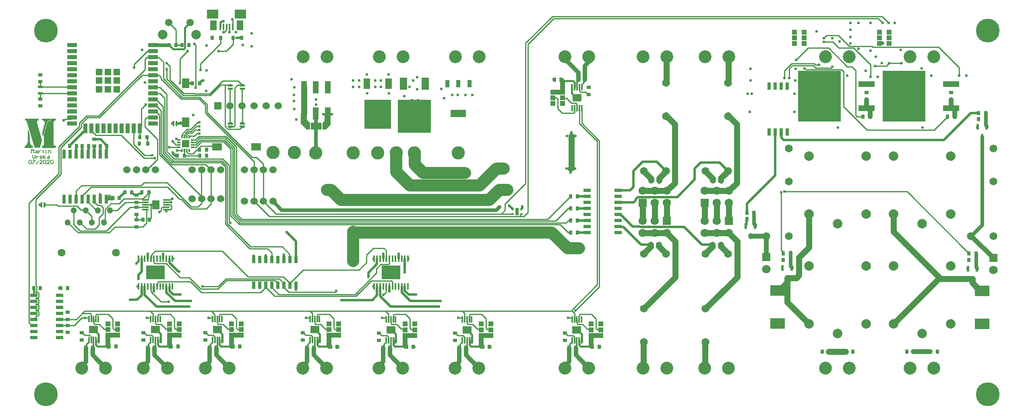
<source format=gtl>
G04*
G04 #@! TF.GenerationSoftware,Altium Limited,Altium Designer,19.0.10 (269)*
G04*
G04 Layer_Physical_Order=1*
G04 Layer_Color=255*
%FSLAX25Y25*%
%MOIN*%
G70*
G01*
G75*
%ADD11C,0.01000*%
%ADD16C,0.00100*%
%ADD18C,0.00800*%
%ADD20C,0.01200*%
%ADD22C,0.01500*%
%ADD23R,0.03150X0.03543*%
%ADD24R,0.07874X0.03543*%
%ADD25R,0.03543X0.07874*%
%ADD26R,0.05236X0.05236*%
%ADD27C,0.01181*%
%ADD28R,0.03543X0.02756*%
%ADD29R,0.02756X0.03543*%
%ADD30R,0.03543X0.03150*%
%ADD31R,0.02559X0.07677*%
%ADD32R,0.06181X0.07402*%
%ADD33R,0.05512X0.01181*%
%ADD34R,0.07874X0.05906*%
%ADD35R,0.05906X0.05906*%
%ADD36R,0.01181X0.03150*%
%ADD37R,0.03150X0.01181*%
%ADD38R,0.01772X0.05807*%
%ADD39R,0.15827X0.11654*%
%ADD40R,0.02559X0.06004*%
%ADD41R,0.03937X0.03937*%
%ADD42R,0.07402X0.06181*%
%ADD43R,0.01181X0.05512*%
%ADD44R,0.06496X0.02559*%
%ADD45R,0.12008X0.09055*%
%ADD46R,0.02362X0.05118*%
%ADD47R,0.13500X0.04949*%
%ADD48R,0.35500X0.42000*%
%ADD49R,0.02559X0.06299*%
%ADD50C,0.11000*%
%ADD51R,0.03740X0.06496*%
%ADD52R,0.12795X0.06496*%
%ADD53R,0.04724X0.09843*%
%ADD54R,0.27559X0.27559*%
%ADD55R,0.05906X0.09843*%
%ADD56R,0.05512X0.09016*%
%ADD57R,0.22402X0.24331*%
%ADD58R,0.06004X0.02559*%
%ADD59R,0.02165X0.01378*%
%ADD60R,0.02756X0.06299*%
%ADD61R,0.04528X0.02953*%
%ADD62R,0.02756X0.03740*%
%ADD63R,0.04331X0.02362*%
%ADD64R,0.05906X0.07874*%
%ADD65R,0.01772X0.05433*%
%ADD66R,0.05807X0.08268*%
%ADD67R,0.09350X0.07480*%
%ADD129C,0.02000*%
%ADD130C,0.03000*%
%ADD131C,0.10000*%
%ADD132C,0.04000*%
%ADD133C,0.03500*%
%ADD134C,0.05000*%
%ADD135C,0.06398*%
%ADD136C,0.05130*%
%ADD137R,0.06000X0.06000*%
%ADD138C,0.06000*%
%ADD139C,0.06791*%
%ADD140R,0.06791X0.06791*%
%ADD141C,0.10630*%
%ADD142C,0.07874*%
%ADD143R,0.07087X0.07087*%
%ADD144C,0.07087*%
%ADD145C,0.06496*%
%ADD146C,0.19685*%
%ADD147C,0.06102*%
%ADD148C,0.02362*%
G36*
X235433Y247244D02*
X238189Y244488D01*
Y238976D01*
X235630D01*
X230709Y243898D01*
X230709Y252756D01*
X235433D01*
Y247244D01*
D02*
G37*
G36*
X247638Y238976D02*
X238976D01*
Y244488D01*
X247638D01*
Y238976D01*
D02*
G37*
G36*
X255118Y242913D02*
X251171Y238967D01*
X248425D01*
Y244478D01*
X250394Y246447D01*
Y252746D01*
X255118D01*
X255118Y242913D01*
D02*
G37*
D11*
X18603Y176700D02*
X18433Y177739D01*
X17799Y178578D01*
X18164Y175552D02*
X18603Y176700D01*
X19000D02*
X18686Y177804D01*
X17839Y178578D01*
X17799Y174802D02*
X18675Y175577D01*
X19000Y176700D01*
X16001Y178598D02*
X15269Y178023D01*
X14857Y177187D01*
X14847Y176256D01*
X15241Y175412D01*
X15961Y174822D01*
X15637Y177848D02*
X15210Y176822D01*
X15343Y175718D01*
X16001Y174822D01*
X248931Y239795D02*
X249663Y240370D01*
X250074Y241206D01*
X250084Y242137D01*
X249690Y242981D01*
X248971Y243571D01*
X249295Y240545D02*
X249721Y241571D01*
X249588Y242675D01*
X248931Y243571D01*
X124498Y244104D02*
X124665Y243060D01*
X125301Y242216D01*
Y245992D02*
X124700Y245564D01*
X127099Y242197D02*
X127974Y242971D01*
X128300Y244094D01*
X127463Y242946D02*
X127903Y244094D01*
X127734Y245133D01*
X127099Y245973D01*
X128300Y244094D02*
X128268Y244460D01*
X124499Y244112D02*
X124498Y244104D01*
X124100Y244112D02*
X124100Y244104D01*
X124411Y242994D01*
X125261Y242216D01*
X180852Y241577D02*
X181331Y241300D01*
X173148Y275600D02*
X172012Y276038D01*
X170817Y275802D01*
X173898Y275235D02*
X173265Y276012D01*
X172345Y276408D01*
X171346Y276332D01*
X170496Y275802D01*
X181819Y241159D02*
X182954Y241273D01*
X183878Y241941D01*
X181468Y240809D02*
X182414Y240781D01*
X183275Y241172D01*
X183878Y241901D01*
X181331Y241300D02*
X181819Y241159D01*
X180572Y241300D02*
X181468Y240809D01*
X180102Y241941D02*
X180572Y241300D01*
X170496Y275802D02*
X170122Y275275D01*
X170817Y275802D02*
X170122Y275235D01*
X183898D02*
X183299Y275986D01*
X182429Y276392D01*
X181468Y276368D01*
X183148Y275600D02*
X181790Y276046D01*
X180817Y275802D01*
X181468Y276368D02*
X180496Y275802D01*
X180817D02*
X180122Y275235D01*
X180496Y275802D02*
X180122Y275275D01*
X173113Y241340D02*
X173878Y241941D01*
X173470Y241340D02*
X173878Y241901D01*
X170102Y241941D02*
X170725Y241172D01*
X171631Y240773D01*
X172619Y240833D01*
X173470Y241340D01*
X128268Y244460D02*
X127883Y245350D01*
X127139Y245973D01*
X182000Y272633D02*
X183039Y272803D01*
X183878Y273437D01*
X182000Y272236D02*
X183104Y272550D01*
X183878Y273397D01*
X183148Y244104D02*
X182200Y244518D01*
X183898Y243739D02*
X183206Y244559D01*
X182200Y244931D01*
X180852Y273073D02*
X182000Y272633D01*
X180102Y273437D02*
X180877Y272562D01*
X182000Y272236D01*
X182200Y244931D02*
X181369Y244843D01*
X180637Y244438D01*
X180122Y243779D01*
X182200Y244518D02*
X181055Y244411D01*
X180122Y243739D01*
X172000Y272633D02*
X173039Y272803D01*
X173878Y273437D01*
X172000Y272236D02*
X173104Y272550D01*
X173878Y273397D01*
X173148Y244104D02*
X172000Y244543D01*
X173898Y243739D02*
X173123Y244615D01*
X172000Y244940D01*
X170102Y273437D02*
X170877Y272562D01*
X172000Y272236D01*
X170852Y273073D02*
X172000Y272633D01*
Y244940D02*
X170896Y244626D01*
X170122Y243779D01*
X172000Y244543D02*
X170961Y244374D01*
X170122Y243739D01*
X170852Y241577D02*
X171949Y241142D01*
X173113Y241340D01*
X124936Y245243D02*
X124700Y244853D01*
Y245564D02*
X124259Y244897D01*
X124100Y244112D01*
X124700Y244853D02*
X124499Y244112D01*
X246768Y242841D02*
X246342Y241814D01*
X246475Y240711D01*
X247132Y239815D01*
Y243591D02*
X246400Y243016D01*
X245989Y242180D01*
X245979Y241249D01*
X246373Y240405D01*
X247092Y239815D01*
X239482Y239795D02*
X240214Y240370D01*
X240625Y241206D01*
X240635Y242137D01*
X240242Y242981D01*
X239522Y243571D01*
X239846Y240545D02*
X240272Y241571D01*
X240139Y242675D01*
X239482Y243571D01*
X237684Y243591D02*
X236951Y243016D01*
X236540Y242180D01*
X236530Y241249D01*
X236924Y240405D01*
X237644Y239815D01*
X237319Y242841D02*
X236893Y241814D01*
X237026Y240711D01*
X237684Y239815D01*
X148425Y177925D02*
Y181613D01*
X145600Y175100D02*
X148425Y177925D01*
X139900Y175100D02*
X145600D01*
X119914Y195086D02*
X139900Y175100D01*
X156299Y177399D02*
Y181613D01*
X152300Y173400D02*
X156299Y177399D01*
X139479Y173400D02*
X152300D01*
X156299Y181613D02*
Y205638D01*
X131679Y181200D02*
X139479Y173400D01*
X130100Y181200D02*
X131679D01*
X100943Y195086D02*
X119914D01*
X120100Y191200D02*
X130100Y181200D01*
X56887Y191200D02*
X120100D01*
X49186Y192700D02*
X98557D01*
X44644Y188158D02*
X49186Y192700D01*
X98557D02*
X100943Y195086D01*
X49644Y183957D02*
X56887Y191200D01*
X49644Y181398D02*
Y183957D01*
X148425Y181613D02*
Y184173D01*
X44644Y181398D02*
Y188158D01*
X11124Y81752D02*
Y84472D01*
X30300Y224697D02*
X47244Y241641D01*
X5400Y177821D02*
X30300Y202721D01*
Y224697D01*
X31800Y224076D02*
X48744Y241020D01*
X31800Y202100D02*
Y224076D01*
X11124Y181424D02*
X31800Y202100D01*
X44644Y225288D02*
X44756Y225400D01*
X89065Y174565D02*
X94400D01*
X69600Y155100D02*
X89065Y174565D01*
X47800Y155100D02*
X69600D01*
X42700Y160200D02*
X47800Y155100D01*
X42700Y160200D02*
Y172000D01*
X63500Y160000D02*
Y165800D01*
X60100Y156600D02*
X63500Y160000D01*
X53100Y156600D02*
X60100D01*
X72030Y153600D02*
X76777Y158347D01*
X46100Y153600D02*
X72030D01*
X37700Y162000D02*
X46100Y153600D01*
X47700Y162000D02*
X53100Y156600D01*
X64900Y176300D02*
X66900Y174300D01*
X62183Y176300D02*
X64900D01*
X59644Y178839D02*
X62183Y176300D01*
X66900Y169200D02*
Y174300D01*
X68400Y162700D02*
Y172742D01*
X67700Y162000D02*
X68400Y162700D01*
Y172742D02*
X73197Y177538D01*
X63500Y165800D02*
X66900Y169200D01*
X61910Y172790D02*
X62700Y172000D01*
X60692Y172790D02*
X61910D01*
X54644Y178839D02*
X60692Y172790D01*
X54644Y178839D02*
Y181398D01*
X59644Y178839D02*
Y181398D01*
X17799Y176700D02*
Y178578D01*
Y174802D02*
Y176700D01*
X29592Y175565D02*
X45259D01*
X19000Y176700D02*
X28457D01*
X18603D02*
X19000D01*
X18400D02*
X18603D01*
X28457D02*
X29592Y175565D01*
X5400Y79031D02*
Y177821D01*
Y79031D02*
X7679Y76752D01*
X9402D01*
X16001Y174822D02*
Y178598D01*
X11124Y110252D02*
Y181424D01*
Y110252D02*
X11391D01*
X11976Y109666D01*
Y105294D02*
Y109666D01*
X11391Y104709D02*
X11976Y105294D01*
X11152Y104709D02*
X11391D01*
X11152Y104032D02*
Y104709D01*
Y104032D02*
X12818D01*
X13404Y103446D01*
Y100058D02*
Y103446D01*
X12818Y99472D02*
X13404Y100058D01*
X11124Y99472D02*
X12818D01*
X11124Y99032D02*
Y99472D01*
Y89031D02*
Y89472D01*
Y89031D02*
X12818D01*
X13404Y88446D01*
Y85058D02*
Y88446D01*
X12818Y84472D02*
X13404Y85058D01*
X11124Y84472D02*
X12818D01*
X11124Y94032D02*
Y94472D01*
Y94032D02*
X12818D01*
X13404Y93446D01*
Y90058D02*
Y93446D01*
X12818Y89472D02*
X13404Y90058D01*
X11124Y89472D02*
X12818D01*
X11124Y99032D02*
X12818D01*
X13404Y98446D01*
Y95058D02*
Y98446D01*
X12818Y94472D02*
X13404Y95058D01*
X11124Y94472D02*
X12818D01*
X45259Y175565D02*
X48635Y172189D01*
X52511D01*
X52700Y172000D01*
X57700Y167000D01*
Y162000D02*
Y167000D01*
X106804Y176074D02*
Y176557D01*
X106431Y175701D02*
X106804Y176074D01*
X106431Y165328D02*
Y175701D01*
X105356Y164253D02*
X106431Y165328D01*
X94400Y164253D02*
X99844D01*
X94400D02*
Y168660D01*
X76777Y158347D02*
X94400D01*
X99509D01*
X102781Y161619D01*
Y172587D01*
X102691Y172677D02*
X102781Y172587D01*
X102039Y172677D02*
X102691D01*
X78600Y172000D02*
X85260Y178660D01*
X72700Y172000D02*
X78600D01*
X99747Y181600D02*
X104853Y186706D01*
Y183828D02*
Y186706D01*
X85260Y178660D02*
X94400D01*
X73197Y177538D02*
X80255D01*
X84317Y181600D01*
X99747D01*
X104853Y186706D02*
Y187100D01*
X104295Y183270D02*
X104853Y183828D01*
X104295Y180642D02*
Y183270D01*
X104204Y180551D02*
X104295Y180642D01*
X102039Y180551D02*
X104204D01*
X48744Y241020D02*
Y243682D01*
X47244Y241641D02*
Y244303D01*
X81900Y234400D02*
X101000Y215300D01*
X60856Y234400D02*
X81900D01*
X57303Y237953D02*
X60856Y234400D01*
X57303Y237953D02*
Y240118D01*
X34200Y246700D02*
X34569D01*
X35652Y247783D01*
X40067D01*
X41339Y249055D01*
X122681Y176519D02*
X123617Y175583D01*
X119457Y176519D02*
X122681D01*
X119361Y176614D02*
X119457Y176519D01*
X123617Y173726D02*
Y175583D01*
X122574Y172682D02*
X123617Y173726D01*
X119367Y172682D02*
X122574D01*
X123369Y180881D02*
X124100Y181613D01*
X122397Y180881D02*
X123369D01*
X122067Y180551D02*
X122397Y180881D01*
X123191Y178591D02*
X123300Y178700D01*
X119361Y180551D02*
X122067D01*
X119100Y171300D02*
Y172587D01*
X119191Y172677D01*
X119361D01*
X119367Y172682D01*
X102096Y176557D02*
X106804D01*
X102039Y176614D02*
X102096Y176557D01*
X94400Y174565D02*
X94440Y174606D01*
X101998D01*
X102039Y174646D01*
X102000Y178621D02*
X102039Y178583D01*
X94439Y178621D02*
X102000D01*
X94400Y178660D02*
X94439Y178621D01*
X115946Y174646D02*
X119361D01*
X114900Y173600D02*
X115946Y174646D01*
X114900Y171800D02*
Y173600D01*
X113700Y170600D02*
X114900Y171800D01*
X119370Y178591D02*
X123191D01*
X119361Y178583D02*
X119370Y178591D01*
X103455Y304055D02*
X108268D01*
X92400Y293000D02*
X103455Y304055D01*
X92400Y290200D02*
Y293000D01*
X259019Y104219D02*
X260000Y105200D01*
X220415Y104219D02*
X259019D01*
X216500Y108133D02*
X220415Y104219D01*
X275479Y102400D02*
X293334Y120255D01*
X288900Y113700D02*
X305500D01*
X276100Y100900D02*
X288900Y113700D01*
X119100Y127800D02*
X130600Y116300D01*
X109887Y127800D02*
X119100D01*
X130600Y116300D02*
X138100D01*
X137443Y236200D02*
X140643D01*
X136821Y237700D02*
X140021D01*
X143086Y238644D02*
X146400D01*
X140643Y236200D02*
X143086Y238644D01*
X144108Y241787D02*
X146400D01*
X140021Y237700D02*
X144108Y241787D01*
X145131Y244931D02*
X146400D01*
X139400Y239200D02*
X145131Y244931D01*
X136200Y239200D02*
X139400D01*
X136375Y235132D02*
X137443Y236200D01*
X134406Y235285D02*
X136821Y237700D01*
X132438Y235438D02*
X136200Y239200D01*
X136375Y233691D02*
Y235132D01*
X134406Y233691D02*
Y235285D01*
X132438Y233691D02*
Y235438D01*
X138253Y233600D02*
X142700D01*
X144600Y235500D02*
X146400D01*
X142700Y233600D02*
X144600Y235500D01*
X146255Y233319D02*
X168545D01*
X143298Y230361D02*
X146255Y233319D01*
X146876Y231819D02*
X167924D01*
X143450Y228393D02*
X146876Y231819D01*
X147498Y230319D02*
X167302D01*
X143603Y226424D02*
X147498Y230319D01*
X148119Y228819D02*
X166681D01*
X143756Y224456D02*
X148119Y228819D01*
X126175Y227150D02*
X126900Y226424D01*
X129591D01*
X126175Y227150D02*
Y227156D01*
X132347Y221590D02*
Y221700D01*
X132257Y221500D02*
X132347Y221590D01*
X134316Y233600D02*
X134406Y233691D01*
X132347Y233600D02*
X132438Y233691D01*
X127769Y231200D02*
X128607Y230361D01*
X127600Y231200D02*
X127769D01*
X136284Y233600D02*
X136375Y233691D01*
X121600Y224456D02*
X129447D01*
X146435Y238679D02*
Y238700D01*
X146400Y238644D02*
X146435Y238679D01*
X128607Y230361D02*
X129591D01*
X128300Y221500D02*
X132257D01*
X124500Y228831D02*
X126175Y227156D01*
X129447Y224600D02*
X129591Y224456D01*
X124500Y228831D02*
Y229200D01*
X134253Y217400D02*
X146747D01*
X141300Y218900D02*
X144206Y221806D01*
X137473Y218900D02*
X141300D01*
X136375Y219998D02*
X137473Y218900D01*
X144206Y221806D02*
X146647D01*
X147800Y225300D02*
X160716D01*
X146647Y224147D02*
X147800Y225300D01*
X146647Y222200D02*
Y224147D01*
Y221806D02*
Y222200D01*
X160716Y225300D02*
X161317Y224700D01*
X168000Y241749D02*
Y275200D01*
Y241749D02*
X170509Y239240D01*
X179900D01*
X181468Y240809D01*
X191732Y205638D02*
Y212253D01*
X151400Y252585D02*
X191732Y212253D01*
X190307Y215800D02*
X193900D01*
X152900Y253207D02*
X190307Y215800D01*
X151400Y252585D02*
Y259220D01*
X152900Y253207D02*
Y259842D01*
X168000Y275200D02*
X168602Y275802D01*
X177173Y169191D02*
Y224691D01*
X175673Y168569D02*
Y224069D01*
X174173Y167948D02*
Y223448D01*
X168545Y233319D02*
X177173Y224691D01*
X167924Y231819D02*
X175673Y224069D01*
X167302Y230319D02*
X174173Y223448D01*
X172673Y167327D02*
Y222827D01*
X166681Y228819D02*
X172673Y222827D01*
X141009Y230361D02*
X143298D01*
X141009Y228393D02*
X143450D01*
X141009Y226424D02*
X143603D01*
X141009Y224456D02*
X143756D01*
X113419Y218341D02*
X147535Y184224D01*
X148374D01*
X111919Y217719D02*
Y230881D01*
X113419Y218341D02*
Y251069D01*
X123752Y210128D02*
X151809D01*
X114919Y218962D02*
Y254569D01*
X124374Y211628D02*
X164629D01*
X116419Y219583D02*
Y258069D01*
X124995Y213128D02*
X165250D01*
X117919Y220204D02*
Y264881D01*
X111919Y217719D02*
X111981Y217657D01*
Y214397D02*
Y217657D01*
X114919Y218962D02*
X123752Y210128D01*
X116419Y219583D02*
X124374Y211628D01*
X117919Y220204D02*
X124995Y213128D01*
X125616Y214628D02*
X165872D01*
X119419Y220826D02*
X125616Y214628D01*
X119419Y220826D02*
Y268381D01*
X110433Y254055D02*
X113419Y251069D01*
X108268Y254055D02*
X110433D01*
X113745Y274055D02*
X119419Y268381D01*
X113745Y269055D02*
X117919Y264881D01*
X110433Y264055D02*
X116419Y258069D01*
X110433Y259055D02*
X114919Y254569D01*
X101500Y241300D02*
X111919Y230881D01*
X103222Y205638D02*
X111981Y214397D01*
X134284Y221669D02*
X134316Y221700D01*
X134284Y217431D02*
Y221669D01*
X134253Y217400D02*
X134284Y217431D01*
X169673Y161142D02*
Y208705D01*
X168173Y160521D02*
Y208084D01*
X164629Y211628D02*
X168173Y208084D01*
X165250Y213128D02*
X169673Y208705D01*
X171173Y162727D02*
Y209327D01*
X165872Y214628D02*
X171173Y209327D01*
X151809Y210128D02*
X156299Y205638D01*
X148374Y184224D02*
X148425Y184173D01*
X148374Y184224D02*
Y205538D01*
X136375Y219998D02*
Y221609D01*
X136284Y221700D02*
X136375Y221609D01*
X193900Y215800D02*
X199562Y210138D01*
X188916Y141900D02*
X215200D01*
X169673Y161142D02*
X188916Y141900D01*
X188294Y140400D02*
X202800D01*
X168173Y160521D02*
X188294Y140400D01*
X206400Y131310D02*
Y136800D01*
X202800Y140400D02*
X206400Y136800D01*
X215200Y141900D02*
X221388Y135712D01*
X201500Y131210D02*
Y134700D01*
X171173Y162727D02*
X172300Y161600D01*
X221388Y131323D02*
Y135712D01*
Y131323D02*
X221500Y131210D01*
X206400Y131310D02*
X206500Y131210D01*
X248931Y239795D02*
Y241693D01*
Y243571D01*
X101383Y217481D02*
X107400D01*
X102362Y205638D02*
X103222D01*
X101000Y215300D02*
X109800D01*
X92303Y226561D02*
X101383Y217481D01*
X92303Y226561D02*
Y240118D01*
X101600Y297269D02*
X103386Y299055D01*
X101600Y288608D02*
Y297269D01*
X63311Y250319D02*
X101600Y288608D01*
X216500Y131210D02*
Y135200D01*
X98575Y255813D02*
X102362Y259600D01*
X98575Y241449D02*
Y255813D01*
X97244Y240118D02*
X98575Y241449D01*
X97244Y232677D02*
Y240118D01*
X103386Y299055D02*
X108268D01*
X112716D01*
X101500Y247600D02*
X102955Y249055D01*
X101500Y241300D02*
Y247600D01*
X108268Y264055D02*
X110433D01*
X108268Y269055D02*
X113745D01*
X108268Y274055D02*
X113745D01*
X177173Y169191D02*
X181598Y164766D01*
X175673Y168569D02*
X180977Y163266D01*
X174173Y167948D02*
X180356Y161766D01*
X172673Y167327D02*
X179734Y160266D01*
X181598Y164766D02*
X434943D01*
X180977Y163266D02*
X441565D01*
X180356Y161766D02*
X450065D01*
X179734Y160266D02*
X445159D01*
X108268Y259055D02*
X110433D01*
X125301Y245243D02*
Y245992D01*
Y242216D02*
Y244094D01*
Y244104D02*
Y244112D01*
Y244094D02*
Y244104D01*
X127099Y245973D02*
Y245973D01*
Y245973D02*
Y245973D01*
Y245973D02*
Y245973D01*
Y245973D02*
Y245973D01*
Y245973D02*
Y245973D01*
Y242197D02*
Y242946D01*
Y245973D02*
Y245973D01*
Y244094D02*
Y245973D01*
Y242946D02*
Y244094D01*
X445159Y160266D02*
X451862Y153563D01*
X453740D01*
X102955Y249055D02*
X108268D01*
X451862Y163563D02*
X453740D01*
X450065Y161766D02*
X451862Y163563D01*
X434943Y164766D02*
X453740Y183563D01*
X191732Y179638D02*
Y205638D01*
X132336Y265685D02*
X147057D01*
X116800Y281221D02*
X132336Y265685D01*
X116800Y281221D02*
Y294971D01*
X131715Y264185D02*
X146435D01*
X114988Y280912D02*
X131715Y264185D01*
X114988Y280912D02*
Y282367D01*
X108268Y284055D02*
X113300D01*
X114988Y282367D01*
X108268Y284055D02*
X108268Y284055D01*
X112716Y299055D02*
X116800Y294971D01*
X146435Y264185D02*
X151400Y259220D01*
X133235Y267185D02*
X155706D01*
X119488Y280932D02*
X133235Y267185D01*
X133442Y269100D02*
X141979D01*
X122300Y280242D02*
X133442Y269100D01*
X181468Y276368D02*
X181790Y276046D01*
X122300Y280242D02*
Y291283D01*
X119488Y280932D02*
Y289055D01*
X108268Y284055D02*
X108268Y284055D01*
X99169Y284055D02*
X108268D01*
X109912Y138181D02*
X165508D01*
X186831Y116858D02*
X216220D01*
X165508Y138181D02*
X186831Y116858D01*
X109035Y128652D02*
X109887Y127800D01*
X216500Y109856D02*
Y111578D01*
Y108133D02*
Y109856D01*
X162044Y106819D02*
X169083Y113858D01*
X147581Y106819D02*
X162044D01*
X169083Y113858D02*
X209221D01*
X168461Y115358D02*
X212720D01*
X162103Y109000D02*
X168461Y115358D01*
X149300Y109000D02*
X162103D01*
X209221Y113858D02*
X211500Y111578D01*
X212720Y115358D02*
X216500Y111578D01*
X216220Y116858D02*
X221500Y111578D01*
Y109856D02*
Y111578D01*
X211500Y109856D02*
Y111578D01*
X106861Y135130D02*
X109912Y138181D01*
X106861Y132486D02*
Y135130D01*
X106476Y132100D02*
X106861Y132486D01*
X109035Y128652D02*
Y132100D01*
X138100Y116300D02*
X147581Y106819D01*
X139281Y112870D02*
X148151Y104000D01*
X112853Y112870D02*
X139281D01*
X148151Y104000D02*
X197366D01*
X305500Y113700D02*
X306476Y112724D01*
X208734Y100900D02*
X276100D01*
X212233Y102400D02*
X275479D01*
X293334Y120255D02*
Y123826D01*
X301358Y104457D02*
Y108966D01*
X298900Y102000D02*
X301358Y104457D01*
X201500Y108133D02*
X208734Y100900D01*
X206500Y108133D02*
X212233Y102400D01*
X114750Y96300D02*
X121200D01*
X106488Y104563D02*
X114750Y96300D01*
X106476Y108966D02*
X106488Y108954D01*
Y104563D02*
Y108954D01*
X306476Y108966D02*
Y112724D01*
X201500Y108133D02*
Y109856D01*
X293334Y123826D02*
X296868Y127360D01*
X299400Y140600D02*
X301358Y138643D01*
Y132100D02*
Y138643D01*
X290600Y140600D02*
X299400D01*
X284900Y134900D02*
X290600Y140600D01*
X284900Y128786D02*
Y134900D01*
X278614Y122500D02*
X284900Y128786D01*
X232422Y122500D02*
X278614D01*
X221500Y111578D02*
X232422Y122500D01*
X296868Y127360D02*
X303150D01*
X303917Y128127D01*
Y132100D01*
X206500Y108133D02*
Y109856D01*
X197366Y104000D02*
X201500Y108133D01*
X111979Y111996D02*
X112853Y112870D01*
X111979Y109352D02*
Y111996D01*
X111594Y108966D02*
X111979Y109352D01*
X105905Y88583D02*
X156720D01*
X118898Y73740D02*
X121535D01*
X114961Y77677D02*
X118898Y73740D01*
X441565Y163266D02*
X451862Y173563D01*
X204457Y166913D02*
X411241D01*
X191732Y179638D02*
X204457Y166913D01*
X638583Y315748D02*
X639370Y314961D01*
X718819D02*
Y315303D01*
X717323Y315064D02*
X718580D01*
X125301Y244112D02*
Y245243D01*
X147638Y288189D02*
Y293793D01*
X181400Y241941D02*
X182000D01*
X183878D01*
X172000Y275235D02*
X173898D01*
X180102Y241941D02*
X181400D01*
X170817Y275802D02*
X171965D01*
X181819Y241159D02*
X182000Y241340D01*
X180572Y241300D02*
X181331D01*
X168602Y275802D02*
X170496D01*
X170122Y275235D02*
X172000D01*
X181790Y276046D02*
X182000Y275836D01*
X178423Y279413D02*
X181468Y276368D01*
X178389Y275802D02*
X180496D01*
X180122Y275235D02*
X182000D01*
X183898D01*
X172400Y241941D02*
X173878D01*
X172000D02*
X172400D01*
X173470Y241340D02*
X174939D01*
X170102Y241941D02*
X172000D01*
X182000Y273437D02*
X183878D01*
X182000Y272236D02*
Y272633D01*
Y272836D01*
X182200Y244931D02*
Y258388D01*
Y243739D02*
X183898D01*
X182200D02*
Y244518D01*
Y244931D01*
X182000Y243739D02*
X182200D01*
X180102Y273437D02*
X182000D01*
Y258588D02*
Y272236D01*
X180122Y243739D02*
X182000D01*
X172000Y273437D02*
X173878D01*
X172000Y272236D02*
Y272633D01*
Y272836D01*
Y258588D02*
Y272236D01*
Y243739D02*
X173898D01*
X172000Y244940D02*
Y258588D01*
Y244340D02*
Y244543D01*
X170102Y273437D02*
X172000D01*
Y244543D02*
Y244940D01*
X170122Y243739D02*
X172000D01*
X142476Y309799D02*
X143700Y308576D01*
Y273700D02*
Y308576D01*
X174409Y309509D02*
Y314961D01*
X168900Y304000D02*
X174409Y309509D01*
X162500Y304000D02*
X168900D01*
X164323Y275802D02*
X168602D01*
X155706Y267185D02*
X164323Y275802D01*
X165813Y279413D02*
X178423D01*
X155085Y268685D02*
X165813Y279413D01*
X142394Y268685D02*
X155085D01*
X141979Y269100D02*
X142394Y268685D01*
X147057Y265685D02*
X152900Y259842D01*
X119488Y294094D02*
X122300Y291283D01*
X171965Y275802D02*
X172000Y275836D01*
X176000Y242401D02*
Y273413D01*
X174939Y241340D02*
X176000Y242401D01*
Y273413D02*
X178389Y275802D01*
X182000Y258588D02*
X182200Y258388D01*
X199562Y205682D02*
Y210138D01*
Y205682D02*
X199606Y205638D01*
X130600Y277500D02*
Y297647D01*
X137008Y304055D01*
X416656Y194256D02*
Y310509D01*
X399731Y177331D02*
X416656Y194256D01*
X399731Y172425D02*
Y177331D01*
X396400Y169095D02*
X405807D01*
X210150D02*
X396400D01*
X399731Y172425D01*
X675685Y316900D02*
X684530Y308055D01*
X665800Y316900D02*
X675685D01*
X663600Y314700D02*
X665800Y316900D01*
X684530Y308055D02*
X703230D01*
X758560Y307268D02*
X775647Y290180D01*
Y283465D02*
Y290180D01*
X704018Y307268D02*
X758560D01*
X703230Y308055D02*
X704018Y307268D01*
X688245Y306555D02*
X702170Y292630D01*
X675945Y306555D02*
X688245D01*
X670800Y311700D02*
X675945Y306555D01*
X702170Y282712D02*
Y292630D01*
X663479Y311700D02*
X670800D01*
X247132Y241693D02*
Y243591D01*
Y239815D02*
Y241693D01*
X239482D02*
Y243571D01*
Y239795D02*
Y241693D01*
X9402Y81752D02*
X11124D01*
X171677Y319512D02*
Y324000D01*
X631000Y281500D02*
Y287621D01*
X636979Y293600D02*
X655621D01*
X656721Y292500D01*
X659500D01*
X755009Y238616D02*
X764727Y248335D01*
X699112Y238616D02*
X755009D01*
X679819Y257909D02*
X699112Y238616D01*
X631000Y287621D02*
X636979Y293600D01*
X655000Y292100D02*
X656974Y290126D01*
X637600Y292100D02*
X655000D01*
X635000Y289500D02*
X637600Y292100D01*
X635000Y281500D02*
Y289500D01*
X648776Y288626D02*
X678116D01*
X647638Y289764D02*
X648776Y288626D01*
X656974Y290126D02*
X669726D01*
X670500Y290900D01*
X678116Y288626D02*
X679819Y286923D01*
X667500Y306500D02*
X683000Y291000D01*
X650500Y306500D02*
X667500D01*
X640500Y296500D02*
X650500Y306500D01*
X683000Y291000D02*
X687000D01*
X690000Y288000D01*
Y250551D02*
Y288000D01*
X679819Y257909D02*
Y286923D01*
X416656Y310509D02*
X438919Y332773D01*
X418504Y309744D02*
X439862Y331102D01*
X418504Y309744D02*
X418504Y179921D01*
X199606Y179638D02*
X210150Y169095D01*
X475984Y110630D02*
Y229134D01*
X477484Y108587D02*
Y229755D01*
X455118Y89764D02*
X475984Y110630D01*
X463070Y244169D02*
X477484Y229755D01*
X457874Y88976D02*
X477484Y108587D01*
X461101Y244017D02*
X475984Y229134D01*
X418504Y170138D02*
Y179921D01*
X415279Y166913D02*
X418504Y170138D01*
X717717Y294055D02*
X717756Y294094D01*
X715394Y291732D02*
X717717Y294055D01*
X718580Y315064D02*
X718819Y315303D01*
X638686Y315748D02*
X639370Y315064D01*
X638583Y315748D02*
X638686D01*
X690000Y250551D02*
X690945Y249606D01*
X237684Y241693D02*
Y243591D01*
Y239815D02*
Y241693D01*
X199606Y179638D02*
Y205638D01*
X127165Y309055D02*
X132087D01*
X127165D02*
Y321654D01*
X132087Y309055D02*
X132087Y309055D01*
X121260Y327559D02*
X127165Y321654D01*
X173843Y330141D02*
X174236Y329748D01*
Y324000D02*
Y329748D01*
X630000Y136429D02*
Y137500D01*
X628138Y139362D02*
X630000Y137500D01*
X628138Y139362D02*
Y186860D01*
X631000Y187500D02*
X732590D01*
X782390Y137701D01*
X782783D01*
X783661Y136823D01*
Y136429D02*
Y136823D01*
X451862Y173563D02*
X453740D01*
X438919Y332773D02*
X711782D01*
X439862Y331102D02*
X708453D01*
X711782Y332773D02*
X717343Y327213D01*
X717756Y294094D02*
X727953D01*
X690945Y249606D02*
X695999D01*
X764727Y248335D02*
X765121D01*
X765999Y249213D01*
Y249606D01*
X451968Y82953D02*
X455028D01*
X361024D02*
X364083D01*
X298031D02*
X301091D01*
X235039Y83071D02*
X238098D01*
X42894Y76752D02*
X49213Y83071D01*
X51968D01*
X55028D01*
X103150D02*
X106209D01*
X154331Y83071D02*
X157390D01*
X157480Y82980D01*
Y81890D02*
Y82980D01*
X463070Y244169D02*
Y256693D01*
X461101Y244017D02*
Y256693D01*
X455118Y88583D02*
Y89764D01*
X461609Y85827D02*
X471260D01*
X461024Y85241D02*
X461609Y85827D01*
X461024Y81772D02*
Y85241D01*
X463779Y77559D02*
X467717Y73622D01*
X459842Y77559D02*
X463779D01*
X454409Y260906D02*
X458346D01*
X459043Y260209D01*
Y256783D02*
Y260209D01*
X457087Y81772D02*
Y86614D01*
Y81772D02*
X457087Y81772D01*
X455118Y88583D02*
X457087Y86614D01*
X364173Y88583D02*
X455118D01*
X366142Y81772D02*
Y86614D01*
Y81772D02*
X366142Y81772D01*
X364173Y88583D02*
X366142Y86614D01*
X300697Y88583D02*
X364173D01*
X370665Y85827D02*
X380315D01*
X370079Y85241D02*
X370665Y85827D01*
X380315D02*
X383858Y82284D01*
X370079Y81772D02*
Y85241D01*
X303150Y81772D02*
Y86130D01*
X300697Y88583D02*
X303150Y86130D01*
X238189Y88583D02*
X300697D01*
X307672Y85827D02*
X317323D01*
X307087Y85241D02*
X307672Y85827D01*
X307087Y81772D02*
Y85241D01*
X317323Y85827D02*
X320866Y82284D01*
X240158Y81890D02*
Y86614D01*
X238189Y88583D02*
X240158Y86614D01*
X156720Y88583D02*
X238189D01*
X159358Y81980D02*
Y85945D01*
Y81980D02*
X159449Y81890D01*
X156720Y88583D02*
X159358Y85945D01*
X163386Y85359D02*
X163972Y85945D01*
X163386Y81890D02*
Y85359D01*
X163972Y85945D02*
X173622D01*
X177165Y82402D01*
Y74528D02*
Y82402D01*
X108268Y81890D02*
Y86221D01*
X105905Y88583D02*
X108268Y86221D01*
X51575Y88583D02*
X105905D01*
X112205Y85359D02*
X112791Y85945D01*
X112205Y81890D02*
Y85359D01*
X112791Y85945D02*
X122441D01*
X111024Y77677D02*
X114961D01*
X107105Y68522D02*
X108177Y67450D01*
X102738Y68522D02*
X107105D01*
X122441Y85945D02*
X125984Y82402D01*
Y74528D02*
Y82402D01*
X61609Y85945D02*
X71260D01*
X74803Y82402D01*
X61024Y85359D02*
X61609Y85945D01*
X61024Y81890D02*
Y85359D01*
X49606Y86614D02*
X51575Y88583D01*
X56996Y81980D02*
Y85827D01*
X56209Y86614D02*
X56996Y85827D01*
X49606Y86614D02*
X56209D01*
X56996Y81980D02*
X57087Y81890D01*
X44744Y81752D02*
X49606Y86614D01*
X37402Y81752D02*
X44744D01*
X37402Y76752D02*
X42894D01*
X705905Y291732D02*
X715394D01*
X647244Y314961D02*
X647244D01*
X167348Y319772D02*
X168732Y321157D01*
Y323614D01*
X169118Y324000D01*
X147638Y293793D02*
X164173Y310329D01*
Y315064D01*
X108268Y294055D02*
X108622Y293701D01*
X708453Y331102D02*
X712297Y327258D01*
X413091Y168763D02*
Y169095D01*
X411241Y166913D02*
X415279D01*
X411241D02*
X413091Y168763D01*
X63932Y248819D02*
X99169Y284055D01*
X53881Y248819D02*
X63932D01*
X48744Y243682D02*
X53881Y248819D01*
X53260Y250319D02*
X63311D01*
X47244Y244303D02*
X53260Y250319D01*
X14961Y264173D02*
X14961Y264173D01*
X14961Y264173D02*
Y268898D01*
X14961Y274410D02*
X14961Y274410D01*
X14961Y274410D02*
Y278740D01*
X41181Y268898D02*
X41339Y269055D01*
X14961Y268898D02*
X41181D01*
X40984Y274410D02*
X41339Y274055D01*
X14961Y274410D02*
X40984D01*
X103543Y227559D02*
X103937Y227166D01*
X103543Y227559D02*
Y232283D01*
X103150Y232677D02*
X103543Y232283D01*
X461024Y273819D02*
X461114Y273728D01*
Y270936D02*
Y273728D01*
Y270936D02*
X462187Y269864D01*
X466554D01*
X468504Y267913D01*
X468898D01*
X456996Y64539D02*
X457087Y64449D01*
X456996Y64539D02*
Y67331D01*
X455924Y68404D02*
X456996Y67331D01*
X451557Y68404D02*
X455924D01*
X449606Y70354D02*
X451557Y68404D01*
X449213Y70354D02*
X449606D01*
X366051Y64539D02*
X366142Y64449D01*
X366051Y64539D02*
Y67331D01*
X364979Y68404D02*
X366051Y67331D01*
X360612Y68404D02*
X364979D01*
X358661Y70354D02*
X360612Y68404D01*
X358268Y70354D02*
X358661D01*
X303059Y64539D02*
X303150Y64449D01*
X303059Y64539D02*
Y67331D01*
X301987Y68404D02*
X303059Y67331D01*
X297620Y68404D02*
X301987D01*
X295669Y70354D02*
X297620Y68404D01*
X295276Y70354D02*
X295669D01*
X240067Y64657D02*
X240158Y64567D01*
X240067Y64657D02*
Y67450D01*
X238995Y68522D02*
X240067Y67450D01*
X234628Y68522D02*
X238995D01*
X232677Y70472D02*
X234628Y68522D01*
X232283Y70472D02*
X232677D01*
X159358Y64657D02*
X159449Y64567D01*
X159358Y64657D02*
Y67450D01*
X158286Y68522D02*
X159358Y67450D01*
X153919Y68522D02*
X158286D01*
X151969Y70473D02*
X153919Y68522D01*
X151575Y70473D02*
X151969D01*
X108177Y64657D02*
X108268Y64567D01*
X108177Y64657D02*
Y67450D01*
X100787Y70472D02*
X102738Y68522D01*
X100394Y70472D02*
X100787D01*
X447322Y265354D02*
X447834Y264843D01*
X450472D01*
X454409Y260906D01*
X459043Y256783D02*
X459133Y256693D01*
X470354Y73622D02*
X470866Y73110D01*
X467717Y73622D02*
X470354D01*
X459146Y78256D02*
X459842Y77559D01*
X459055Y81772D02*
X459146Y81681D01*
Y78256D02*
Y81681D01*
X379410Y73622D02*
X379921Y73110D01*
X376772Y73622D02*
X379410D01*
X368898Y77559D02*
X372835D01*
X376772Y73622D01*
X368201Y78256D02*
X368898Y77559D01*
X368110Y81772D02*
X368201Y81681D01*
Y78256D02*
Y81681D01*
X253425Y73740D02*
X253937Y73228D01*
X250787Y73740D02*
X253425D01*
X242913Y77677D02*
X246850D01*
X250787Y73740D01*
X242216Y78374D02*
X242913Y77677D01*
X242126Y81890D02*
X242216Y81799D01*
Y78374D02*
Y81799D01*
X172716Y73740D02*
X173228Y73228D01*
X170079Y73740D02*
X172716D01*
X162205Y77677D02*
X166142D01*
X170079Y73740D01*
X161508Y78374D02*
X162205Y77677D01*
X161417Y81890D02*
X161508Y81799D01*
Y78374D02*
Y81799D01*
X121535Y73740D02*
X122047Y73228D01*
X110327Y78374D02*
X111024Y77677D01*
X110236Y81890D02*
X110327Y81799D01*
Y78374D02*
Y81799D01*
X70354Y73740D02*
X70866Y73228D01*
X67716Y73740D02*
X70354D01*
X59842Y77677D02*
X63779D01*
X67716Y73740D01*
X59146Y78374D02*
X59842Y77677D01*
X59055Y81890D02*
X59146Y81799D01*
Y78374D02*
Y81799D01*
X305209Y78256D02*
Y81681D01*
X305118Y81772D02*
X305209Y81681D01*
Y78256D02*
X305906Y77559D01*
X457164Y253224D02*
Y256693D01*
X456579Y252638D02*
X457164Y253224D01*
X443385Y256181D02*
Y264055D01*
X442204Y265236D02*
X443385Y264055D01*
X439448Y265354D02*
X439566Y265236D01*
X442204D01*
X446928Y252638D02*
X456579D01*
X443385Y256181D02*
X446928Y252638D01*
X474803Y74410D02*
Y82284D01*
Y74410D02*
X475984Y73228D01*
X478622D02*
X478740Y73110D01*
X475984Y73228D02*
X478622D01*
X471260Y85827D02*
X474803Y82284D01*
X383858Y74410D02*
Y82284D01*
Y74410D02*
X385039Y73228D01*
X387677D02*
X387795Y73110D01*
X385039Y73228D02*
X387677D01*
X177165Y74528D02*
X178347Y73347D01*
X180984D02*
X181102Y73228D01*
X178347Y73347D02*
X180984D01*
X125984Y74528D02*
X127165Y73347D01*
X129803D02*
X129921Y73228D01*
X127165Y73347D02*
X129803D01*
X74803Y74528D02*
Y82402D01*
Y74528D02*
X75984Y73347D01*
X78622D02*
X78740Y73228D01*
X75984Y73347D02*
X78622D01*
X244094Y81890D02*
Y85359D01*
X244680Y85945D01*
X257874Y74528D02*
Y82402D01*
Y74528D02*
X259055Y73347D01*
X261693D02*
X261811Y73228D01*
X259055Y73347D02*
X261693D01*
X244680Y85945D02*
X254331D01*
X257874Y82402D01*
X322047Y73228D02*
X324685D01*
X324803Y73110D01*
X320866Y74410D02*
X322047Y73228D01*
X320866Y74410D02*
Y82284D01*
X309842Y77559D02*
X313779Y73622D01*
X305906Y77559D02*
X309842D01*
X313779Y73622D02*
X316417D01*
X316929Y73110D01*
X49213Y70472D02*
X49606D01*
X51557Y68522D01*
X55924D01*
X56996Y67450D01*
Y64657D02*
Y67450D01*
Y64657D02*
X57087Y64567D01*
X30756Y76752D02*
X37402D01*
X30756Y81752D02*
X37402D01*
D16*
X2800Y248100D02*
X12700D01*
X16800D02*
X22700D01*
X23600D02*
X27000D01*
X2500Y248000D02*
X12900D01*
X16600D02*
X22900D01*
X23700D02*
X27200D01*
X2400Y247900D02*
X13100D01*
X16400D02*
X23000D01*
X23700D02*
X27300D01*
X2300Y247800D02*
X13100D01*
X16400D02*
X23000D01*
X23700D02*
X27400D01*
X2200Y247700D02*
X13200D01*
X16300D02*
X23000D01*
X23700D02*
X27500D01*
X2200Y247600D02*
X13200D01*
X16300D02*
X23000D01*
X23700D02*
X27500D01*
X2200Y247500D02*
X13200D01*
X16300D02*
X23000D01*
X23700D02*
X27500D01*
X2200Y247400D02*
X13200D01*
X16300D02*
X23000D01*
X23700D02*
X27500D01*
X2200Y247300D02*
X13200D01*
X16300D02*
X23000D01*
X23700D02*
X27500D01*
X2200Y247200D02*
X13100D01*
X16300D02*
X22900D01*
X23700D02*
X27500D01*
X2300Y247100D02*
X13100D01*
X16400D02*
X22800D01*
X23600D02*
X27500D01*
X2400Y247000D02*
X13000D01*
X16500D02*
X22600D01*
X23600D02*
X27400D01*
X2500Y246900D02*
X12800D01*
X16700D02*
X22400D01*
X23500D02*
X27400D01*
X2700Y246800D02*
X12600D01*
X17000D02*
X22200D01*
X23500D02*
X27200D01*
X2900Y246700D02*
X12400D01*
X17200D02*
X22000D01*
X23400D02*
X27000D01*
X3100Y246600D02*
X12300D01*
X17400D02*
X21800D01*
X23300D02*
X26700D01*
X3200Y246500D02*
X12200D01*
X17600D02*
X21600D01*
X23100D02*
X26500D01*
X3400Y246400D02*
X12100D01*
X17800D02*
X21400D01*
X22900D02*
X26300D01*
X3500Y246300D02*
X12000D01*
X17900D02*
X21300D01*
X22700D02*
X26100D01*
X3500Y246200D02*
X11900D01*
X18000D02*
X21100D01*
X22500D02*
X26000D01*
X3600Y246100D02*
X11900D01*
X18100D02*
X21000D01*
X22300D02*
X25900D01*
X3600Y246000D02*
X11800D01*
X18200D02*
X20900D01*
X22100D02*
X25800D01*
X3700Y245900D02*
X11800D01*
X18200D02*
X20800D01*
X21900D02*
X25800D01*
X3700Y245800D02*
X11800D01*
X18300D02*
X20700D01*
X21700D02*
X25800D01*
X3700Y245700D02*
X11800D01*
X18400D02*
X20700D01*
X21600D02*
X25700D01*
X3800Y245600D02*
X11800D01*
X18400D02*
X20600D01*
X21500D02*
X25700D01*
X3800Y245500D02*
X11700D01*
X18400D02*
X20500D01*
X21400D02*
X25700D01*
X3800Y245400D02*
X11700D01*
X18500D02*
X20400D01*
X21300D02*
X25700D01*
X3800Y245300D02*
X11700D01*
X18500D02*
X20400D01*
X21200D02*
X25700D01*
X3900Y245200D02*
X11800D01*
X18500D02*
X20300D01*
X21100D02*
X25700D01*
X3900Y245100D02*
X11800D01*
X18500D02*
X20300D01*
X21000D02*
X25700D01*
X3900Y245000D02*
X11800D01*
X18500D02*
X20200D01*
X21000D02*
X25700D01*
X4000Y244900D02*
X11800D01*
X18500D02*
X20200D01*
X20900D02*
X25700D01*
X4000Y244800D02*
X11800D01*
X18500D02*
X20100D01*
X20900D02*
X25700D01*
X4000Y244700D02*
X11800D01*
X18600D02*
X20100D01*
X20800D02*
X25700D01*
X4100Y244600D02*
X11900D01*
X18600D02*
X20000D01*
X20700D02*
X25700D01*
X4100Y244500D02*
X11900D01*
X18500D02*
X20000D01*
X20700D02*
X25700D01*
X4100Y244400D02*
X11900D01*
X18500D02*
X19900D01*
X20600D02*
X25700D01*
X4100Y244300D02*
X12000D01*
X18500D02*
X19900D01*
X20600D02*
X25700D01*
X4200Y244200D02*
X12000D01*
X18500D02*
X19800D01*
X20600D02*
X25700D01*
X4200Y244100D02*
X12000D01*
X18500D02*
X19800D01*
X20500D02*
X25700D01*
X4200Y244000D02*
X12000D01*
X18500D02*
X19800D01*
X20500D02*
X25700D01*
X4300Y243900D02*
X12100D01*
X18500D02*
X19700D01*
X20400D02*
X25700D01*
X4300Y243800D02*
X12100D01*
X18500D02*
X19700D01*
X20400D02*
X25700D01*
X4300Y243700D02*
X12100D01*
X18400D02*
X19700D01*
X20400D02*
X25700D01*
X4400Y243600D02*
X12200D01*
X18400D02*
X19600D01*
X20300D02*
X25700D01*
X4400Y243500D02*
X12200D01*
X18400D02*
X19600D01*
X20300D02*
X25700D01*
X4400Y243400D02*
X12200D01*
X18300D02*
X19600D01*
X20300D02*
X25700D01*
X4400Y243300D02*
X12200D01*
X18300D02*
X19500D01*
X20200D02*
X25700D01*
X4500Y243200D02*
X12300D01*
X18300D02*
X19500D01*
X20200D02*
X25700D01*
X4500Y243100D02*
X12300D01*
X18300D02*
X19500D01*
X20200D02*
X25700D01*
X4500Y243000D02*
X12300D01*
X18200D02*
X19500D01*
X20100D02*
X25700D01*
X4600Y242900D02*
X12400D01*
X18200D02*
X19400D01*
X20100D02*
X25700D01*
X4600Y242800D02*
X12400D01*
X18200D02*
X19400D01*
X20100D02*
X25700D01*
X4600Y242700D02*
X12400D01*
X18100D02*
X19400D01*
X20100D02*
X25700D01*
X4700Y242600D02*
X12400D01*
X18100D02*
X19400D01*
X20000D02*
X25700D01*
X4700Y242500D02*
X12500D01*
X18100D02*
X19300D01*
X20000D02*
X25700D01*
X4700Y242400D02*
X12500D01*
X18100D02*
X19300D01*
X20000D02*
X25700D01*
X4700Y242300D02*
X12500D01*
X18000D02*
X19300D01*
X20000D02*
X25700D01*
X4800Y242200D02*
X12600D01*
X18000D02*
X19200D01*
X19900D02*
X25700D01*
X4800Y242100D02*
X12600D01*
X18000D02*
X19200D01*
X19900D02*
X25700D01*
X4800Y242000D02*
X12600D01*
X18000D02*
X19200D01*
X19900D02*
X25700D01*
X4900Y241900D02*
X12600D01*
X17900D02*
X19200D01*
X19900D02*
X25700D01*
X4900Y241800D02*
X12700D01*
X17900D02*
X19100D01*
X19800D02*
X25700D01*
X4900Y241700D02*
X12700D01*
X17900D02*
X19100D01*
X19800D02*
X25700D01*
X4900Y241600D02*
X12700D01*
X17900D02*
X19100D01*
X19800D02*
X25700D01*
X5000Y241500D02*
X12800D01*
X17800D02*
X19100D01*
X19700D02*
X25700D01*
X5000Y241400D02*
X12800D01*
X17800D02*
X19000D01*
X19700D02*
X25700D01*
X5000Y241300D02*
X12800D01*
X17800D02*
X19000D01*
X19700D02*
X25700D01*
X5100Y241200D02*
X12800D01*
X17700D02*
X19000D01*
X19700D02*
X25700D01*
X5100Y241100D02*
X12900D01*
X17700D02*
X18900D01*
X19600D02*
X25700D01*
X5100Y241000D02*
X12900D01*
X17700D02*
X18900D01*
X19600D02*
X25700D01*
X5200Y240900D02*
X12900D01*
X17700D02*
X18900D01*
X19600D02*
X25700D01*
X5200Y240800D02*
X13000D01*
X17600D02*
X18900D01*
X19600D02*
X25700D01*
X5200Y240700D02*
X13000D01*
X17600D02*
X18800D01*
X19500D02*
X25700D01*
X5200Y240600D02*
X13000D01*
X17600D02*
X18800D01*
X19500D02*
X25700D01*
X5300Y240500D02*
X13000D01*
X17600D02*
X18800D01*
X19500D02*
X25700D01*
X5300Y240400D02*
X13100D01*
X17500D02*
X18800D01*
X19400D02*
X25700D01*
X5300Y240300D02*
X13100D01*
X17500D02*
X18700D01*
X19400D02*
X25700D01*
X5400Y240200D02*
X13100D01*
X17500D02*
X18700D01*
X19400D02*
X25700D01*
X5400Y240100D02*
X13200D01*
X17500D02*
X18700D01*
X19400D02*
X25700D01*
X5400Y240000D02*
X13200D01*
X17400D02*
X18700D01*
X19300D02*
X25700D01*
X5500Y239900D02*
X13200D01*
X17400D02*
X18600D01*
X19300D02*
X25700D01*
X5500Y239800D02*
X13200D01*
X17400D02*
X18600D01*
X19300D02*
X25700D01*
X5500Y239700D02*
X13300D01*
X17300D02*
X18600D01*
X19300D02*
X25700D01*
X5500Y239600D02*
X13300D01*
X17300D02*
X18500D01*
X19200D02*
X25700D01*
X5600Y239500D02*
X13300D01*
X17300D02*
X18500D01*
X19200D02*
X25700D01*
X5600Y239400D02*
X13400D01*
X17300D02*
X18500D01*
X19200D02*
X25700D01*
X5600Y239300D02*
X13400D01*
X17200D02*
X18500D01*
X19100D02*
X25700D01*
X5700Y239200D02*
X13400D01*
X17200D02*
X18400D01*
X19100D02*
X25700D01*
X5700Y239100D02*
X13400D01*
X17200D02*
X18400D01*
X19100D02*
X25700D01*
X5700Y239000D02*
X13500D01*
X17200D02*
X18400D01*
X19100D02*
X25700D01*
X5800Y238900D02*
X13500D01*
X17100D02*
X18400D01*
X19000D02*
X25700D01*
X4500Y238800D02*
X4600D01*
X5800D02*
X13500D01*
X17100D02*
X18300D01*
X19000D02*
X25700D01*
X4500Y238700D02*
X4600D01*
X5800D02*
X13600D01*
X17100D02*
X18300D01*
X19000D02*
X25700D01*
X4500Y238600D02*
X4600D01*
X5800D02*
X13600D01*
X17100D02*
X18300D01*
X19000D02*
X25700D01*
X4500Y238500D02*
X4700D01*
X5900D02*
X13600D01*
X17000D02*
X18200D01*
X18900D02*
X25700D01*
X4500Y238400D02*
X4700D01*
X5900D02*
X13600D01*
X17000D02*
X18200D01*
X18900D02*
X25700D01*
X4500Y238300D02*
X4700D01*
X5900D02*
X13700D01*
X17000D02*
X18200D01*
X18900D02*
X25700D01*
X4500Y238200D02*
X4800D01*
X6000D02*
X13700D01*
X16900D02*
X18200D01*
X18800D02*
X25700D01*
X4500Y238100D02*
X4800D01*
X6000D02*
X13700D01*
X16900D02*
X18100D01*
X18800D02*
X25700D01*
X4500Y238000D02*
X4800D01*
X6000D02*
X13800D01*
X16900D02*
X18100D01*
X18800D02*
X25700D01*
X4500Y237900D02*
X4900D01*
X6100D02*
X13800D01*
X16900D02*
X18100D01*
X18800D02*
X25700D01*
X4500Y237800D02*
X4900D01*
X6100D02*
X13800D01*
X16800D02*
X18100D01*
X18700D02*
X25700D01*
X4500Y237700D02*
X4900D01*
X6100D02*
X13800D01*
X16800D02*
X18000D01*
X18700D02*
X25700D01*
X4500Y237600D02*
X5000D01*
X6100D02*
X13900D01*
X16800D02*
X18000D01*
X18700D02*
X25700D01*
X4500Y237500D02*
X5000D01*
X6200D02*
X13900D01*
X16800D02*
X18000D01*
X18700D02*
X25700D01*
X4500Y237400D02*
X5000D01*
X6200D02*
X13900D01*
X16700D02*
X17900D01*
X18600D02*
X25700D01*
X4500Y237300D02*
X5100D01*
X6200D02*
X14000D01*
X16700D02*
X17900D01*
X18600D02*
X25700D01*
X4500Y237200D02*
X5100D01*
X6300D02*
X14000D01*
X16700D02*
X17900D01*
X18600D02*
X25700D01*
X4500Y237100D02*
X5100D01*
X6300D02*
X14000D01*
X16600D02*
X17900D01*
X18600D02*
X25700D01*
X4500Y237000D02*
X5200D01*
X6300D02*
X14000D01*
X16600D02*
X17800D01*
X18500D02*
X25700D01*
X4500Y236900D02*
X5200D01*
X6400D02*
X14100D01*
X16600D02*
X17800D01*
X18500D02*
X25700D01*
X4500Y236800D02*
X5200D01*
X6400D02*
X14100D01*
X16600D02*
X17800D01*
X18500D02*
X25700D01*
X4500Y236700D02*
X5300D01*
X6400D02*
X14100D01*
X16500D02*
X17800D01*
X18400D02*
X25700D01*
X4500Y236600D02*
X5300D01*
X6400D02*
X14200D01*
X16500D02*
X17700D01*
X18400D02*
X25700D01*
X4500Y236500D02*
X5300D01*
X6500D02*
X14200D01*
X16500D02*
X17700D01*
X18400D02*
X25700D01*
X4500Y236400D02*
X5400D01*
X6500D02*
X14200D01*
X16500D02*
X17700D01*
X18400D02*
X25700D01*
X4500Y236300D02*
X5400D01*
X6500D02*
X14200D01*
X16400D02*
X17700D01*
X18300D02*
X25700D01*
X4500Y236200D02*
X5400D01*
X6600D02*
X14300D01*
X16400D02*
X17600D01*
X18300D02*
X25700D01*
X4500Y236100D02*
X5500D01*
X6600D02*
X14300D01*
X16400D02*
X17600D01*
X18300D02*
X25700D01*
X4500Y236000D02*
X5500D01*
X6600D02*
X14300D01*
X16400D02*
X17600D01*
X18300D02*
X25700D01*
X4500Y235900D02*
X5600D01*
X6700D02*
X14400D01*
X16500D02*
X17500D01*
X18200D02*
X25700D01*
X4500Y235800D02*
X5600D01*
X6700D02*
X14400D01*
X16500D02*
X17500D01*
X18200D02*
X25700D01*
X4500Y235700D02*
X5600D01*
X6700D02*
X14400D01*
X16500D02*
X17500D01*
X18200D02*
X25700D01*
X4500Y235600D02*
X5700D01*
X6700D02*
X14400D01*
X16500D02*
X17500D01*
X18100D02*
X25700D01*
X4500Y235500D02*
X5700D01*
X6800D02*
X14500D01*
X16600D02*
X17400D01*
X18100D02*
X25700D01*
X4500Y235400D02*
X5700D01*
X6800D02*
X14500D01*
X16600D02*
X17400D01*
X18100D02*
X25700D01*
X4500Y235300D02*
X5800D01*
X6800D02*
X14500D01*
X16600D02*
X17400D01*
X18100D02*
X25700D01*
X4500Y235200D02*
X5800D01*
X6900D02*
X14600D01*
X16700D02*
X17400D01*
X18000D02*
X25700D01*
X4500Y235100D02*
X5800D01*
X6900D02*
X14600D01*
X16700D02*
X17300D01*
X18000D02*
X25700D01*
X4500Y235000D02*
X5900D01*
X6900D02*
X14600D01*
X16700D02*
X17300D01*
X18000D02*
X25700D01*
X4500Y234900D02*
X5900D01*
X7000D02*
X14600D01*
X16700D02*
X17300D01*
X18000D02*
X25700D01*
X4500Y234800D02*
X5900D01*
X7000D02*
X14700D01*
X16800D02*
X17200D01*
X18000D02*
X25700D01*
X4500Y234700D02*
X6000D01*
X7000D02*
X14700D01*
X16800D02*
X17200D01*
X18000D02*
X25700D01*
X4500Y234600D02*
X6000D01*
X7000D02*
X14700D01*
X16800D02*
X17200D01*
X18000D02*
X25700D01*
X4500Y234500D02*
X6000D01*
X7100D02*
X14800D01*
X16800D02*
X17200D01*
X18000D02*
X25700D01*
X4500Y234400D02*
X6000D01*
X7100D02*
X14800D01*
X16900D02*
X17100D01*
X18000D02*
X25700D01*
X4500Y234300D02*
X6000D01*
X7100D02*
X14800D01*
X16900D02*
X17100D01*
X18000D02*
X25700D01*
X4500Y234200D02*
X6000D01*
X7200D02*
X14800D01*
X16900D02*
X17100D01*
X18000D02*
X25700D01*
X4500Y234100D02*
X6000D01*
X7200D02*
X14900D01*
X16900D02*
X17100D01*
X18000D02*
X25700D01*
X4500Y234000D02*
X6000D01*
X7200D02*
X14900D01*
X18000D02*
X25700D01*
X4500Y233900D02*
X6000D01*
X7300D02*
X14900D01*
X18000D02*
X25700D01*
X4500Y233800D02*
X6000D01*
X7300D02*
X15000D01*
X18000D02*
X25700D01*
X4500Y233700D02*
X6000D01*
X7300D02*
X15000D01*
X18000D02*
X25700D01*
X4500Y233600D02*
X6000D01*
X7300D02*
X15000D01*
X18000D02*
X25700D01*
X4500Y233500D02*
X6000D01*
X7400D02*
X15000D01*
X18000D02*
X25700D01*
X4500Y233400D02*
X6000D01*
X7400D02*
X15100D01*
X18000D02*
X25700D01*
X4500Y233300D02*
X6000D01*
X7400D02*
X15100D01*
X18000D02*
X25700D01*
X4500Y233200D02*
X6000D01*
X7500D02*
X15100D01*
X18000D02*
X25700D01*
X4500Y233100D02*
X6000D01*
X7500D02*
X15200D01*
X18000D02*
X25700D01*
X4500Y233000D02*
X6000D01*
X7500D02*
X15200D01*
X18000D02*
X25700D01*
X4500Y232900D02*
X6000D01*
X7600D02*
X15200D01*
X18000D02*
X25700D01*
X4500Y232800D02*
X6000D01*
X7600D02*
X15200D01*
X18000D02*
X25700D01*
X4500Y232700D02*
X6000D01*
X7600D02*
X15300D01*
X18000D02*
X25700D01*
X4500Y232600D02*
X6000D01*
X7600D02*
X15300D01*
X18000D02*
X25700D01*
X4500Y232500D02*
X6000D01*
X7700D02*
X15300D01*
X18000D02*
X25700D01*
X4500Y232400D02*
X6000D01*
X7700D02*
X15400D01*
X18000D02*
X25700D01*
X4500Y232300D02*
X6000D01*
X7700D02*
X15400D01*
X18000D02*
X25700D01*
X4500Y232200D02*
X6000D01*
X7800D02*
X15400D01*
X18000D02*
X25700D01*
X4500Y232100D02*
X6000D01*
X7800D02*
X15400D01*
X18000D02*
X25700D01*
X4500Y232000D02*
X6000D01*
X7800D02*
X15500D01*
X18000D02*
X25700D01*
X4500Y231900D02*
X6000D01*
X7900D02*
X15500D01*
X18000D02*
X25700D01*
X4500Y231800D02*
X6000D01*
X7900D02*
X15500D01*
X18000D02*
X25700D01*
X4500Y231700D02*
X6000D01*
X7900D02*
X15600D01*
X18000D02*
X25700D01*
X4500Y231600D02*
X6000D01*
X7900D02*
X15600D01*
X18000D02*
X25700D01*
X4500Y231500D02*
X6000D01*
X8000D02*
X15600D01*
X18000D02*
X25700D01*
X4500Y231400D02*
X6000D01*
X8000D02*
X15700D01*
X18000D02*
X25700D01*
X4500Y231300D02*
X6000D01*
X8000D02*
X15700D01*
X18000D02*
X25700D01*
X4500Y231200D02*
X6000D01*
X8100D02*
X15700D01*
X18000D02*
X25700D01*
X4500Y231100D02*
X6000D01*
X8100D02*
X15700D01*
X18000D02*
X25700D01*
X4500Y231000D02*
X6000D01*
X8100D02*
X15800D01*
X18000D02*
X25700D01*
X4500Y230900D02*
X6000D01*
X8200D02*
X15800D01*
X18000D02*
X25700D01*
X4500Y230800D02*
X6000D01*
X8200D02*
X15800D01*
X18000D02*
X25700D01*
X4500Y230700D02*
X6000D01*
X8200D02*
X15900D01*
X18000D02*
X25700D01*
X4500Y230600D02*
X6000D01*
X8200D02*
X15900D01*
X18000D02*
X25700D01*
X4500Y230500D02*
X6000D01*
X8300D02*
X15900D01*
X18000D02*
X25700D01*
X4500Y230400D02*
X6000D01*
X8300D02*
X15900D01*
X18000D02*
X25700D01*
X4500Y230300D02*
X6000D01*
X8300D02*
X16000D01*
X18000D02*
X25700D01*
X4500Y230200D02*
X6000D01*
X8400D02*
X16000D01*
X18000D02*
X25700D01*
X4500Y230100D02*
X6000D01*
X8400D02*
X15900D01*
X18000D02*
X25700D01*
X4500Y230000D02*
X6000D01*
X8400D02*
X15900D01*
X18000D02*
X25700D01*
X4500Y229900D02*
X6000D01*
X8500D02*
X15900D01*
X18000D02*
X25700D01*
X4500Y229800D02*
X6000D01*
X8500D02*
X15800D01*
X18000D02*
X25700D01*
X4500Y229700D02*
X6000D01*
X8500D02*
X15800D01*
X18000D02*
X25700D01*
X4500Y229600D02*
X6000D01*
X8500D02*
X15800D01*
X18000D02*
X25700D01*
X4500Y229500D02*
X6000D01*
X8600D02*
X15800D01*
X18000D02*
X25700D01*
X4500Y229400D02*
X6000D01*
X8600D02*
X15700D01*
X18000D02*
X25700D01*
X4500Y229300D02*
X6000D01*
X8600D02*
X15700D01*
X18000D02*
X25700D01*
X4500Y229200D02*
X6000D01*
X8700D02*
X15700D01*
X18000D02*
X25700D01*
X4500Y229100D02*
X6000D01*
X8700D02*
X15700D01*
X18000D02*
X25700D01*
X4500Y229000D02*
X6000D01*
X8700D02*
X15600D01*
X18000D02*
X25700D01*
X4500Y228900D02*
X6000D01*
X8700D02*
X15600D01*
X18000D02*
X25700D01*
X4400Y228800D02*
X6000D01*
X8800D02*
X15600D01*
X18000D02*
X25700D01*
X4400Y228700D02*
X6000D01*
X8800D02*
X15500D01*
X18000D02*
X25700D01*
X4400Y228600D02*
X6000D01*
X8800D02*
X15500D01*
X18000D02*
X25700D01*
X4400Y228500D02*
X6100D01*
X8900D02*
X15500D01*
X18000D02*
X25700D01*
X4400Y228400D02*
X6100D01*
X8900D02*
X15500D01*
X18000D02*
X25700D01*
X4400Y228300D02*
X6100D01*
X8900D02*
X15400D01*
X18000D02*
X25700D01*
X4300Y228200D02*
X6100D01*
X9000D02*
X15400D01*
X18000D02*
X25700D01*
X4300Y228100D02*
X6100D01*
X9000D02*
X15400D01*
X18000D02*
X25700D01*
X4300Y228000D02*
X6200D01*
X9000D02*
X15400D01*
X18000D02*
X25700D01*
X4300Y227900D02*
X6200D01*
X9000D02*
X15300D01*
X18000D02*
X25700D01*
X4200Y227800D02*
X6200D01*
X9100D02*
X15300D01*
X18000D02*
X25700D01*
X4200Y227700D02*
X6200D01*
X9100D02*
X15300D01*
X18000D02*
X25700D01*
X4200Y227600D02*
X6300D01*
X9100D02*
X15200D01*
X18000D02*
X25700D01*
X4100Y227500D02*
X6300D01*
X9200D02*
X15200D01*
X18000D02*
X25700D01*
X4100Y227400D02*
X6300D01*
X9200D02*
X15200D01*
X18000D02*
X25700D01*
X4100Y227300D02*
X6400D01*
X9200D02*
X15200D01*
X18000D02*
X25700D01*
X4000Y227200D02*
X6400D01*
X9300D02*
X15100D01*
X18000D02*
X25700D01*
X4000Y227100D02*
X6500D01*
X9300D02*
X15100D01*
X18000D02*
X25700D01*
X3900Y227000D02*
X6500D01*
X9300D02*
X15100D01*
X18000D02*
X25700D01*
X3900Y226900D02*
X6600D01*
X9300D02*
X15100D01*
X18000D02*
X25700D01*
X3800Y226800D02*
X6600D01*
X9400D02*
X15000D01*
X18000D02*
X25700D01*
X3800Y226700D02*
X6700D01*
X9400D02*
X15000D01*
X18000D02*
X25700D01*
X3700Y226600D02*
X6700D01*
X9400D02*
X15000D01*
X18000D02*
X25700D01*
X3700Y226500D02*
X6800D01*
X9500D02*
X14900D01*
X18000D02*
X25700D01*
X3600Y226400D02*
X6900D01*
X9500D02*
X14900D01*
X18000D02*
X25800D01*
X3500Y226300D02*
X6900D01*
X9500D02*
X14900D01*
X17900D02*
X25800D01*
X3400Y226200D02*
X7000D01*
X9600D02*
X14900D01*
X17900D02*
X25900D01*
X3300Y226100D02*
X7100D01*
X9600D02*
X14800D01*
X17800D02*
X25900D01*
X3200Y226000D02*
X7200D01*
X9600D02*
X14800D01*
X17700D02*
X26000D01*
X3100Y225900D02*
X7400D01*
X9600D02*
X14800D01*
X17600D02*
X26200D01*
X2900Y225800D02*
X7500D01*
X9700D02*
X14800D01*
X17400D02*
X26300D01*
X2800Y225700D02*
X7700D01*
X9700D02*
X14700D01*
X17200D02*
X26600D01*
X2600Y225600D02*
X7800D01*
X9700D02*
X14700D01*
X16900D02*
X26900D01*
X2400Y225500D02*
X8000D01*
X9800D02*
X14700D01*
X16600D02*
X27100D01*
X2200Y225400D02*
X8200D01*
X9800D02*
X14600D01*
X16400D02*
X27300D01*
X2100Y225300D02*
X8400D01*
X9800D02*
X14600D01*
X16300D02*
X27400D01*
X2000Y225200D02*
X8500D01*
X9900D02*
X14600D01*
X16300D02*
X27500D01*
X1900Y225100D02*
X8600D01*
X9900D02*
X14600D01*
X16200D02*
X27500D01*
X1900Y225000D02*
X8600D01*
X9900D02*
X14500D01*
X16200D02*
X27500D01*
X1800Y224900D02*
X8600D01*
X9900D02*
X14500D01*
X16200D02*
X27500D01*
X1800Y224800D02*
X8600D01*
X10000D02*
X14500D01*
X16200D02*
X27500D01*
X1800Y224700D02*
X8600D01*
X10000D02*
X14500D01*
X16200D02*
X27500D01*
X1900Y224600D02*
X8600D01*
X10000D02*
X14400D01*
X16200D02*
X27500D01*
X1900Y224500D02*
X8500D01*
X10100D02*
X14400D01*
X16300D02*
X27400D01*
X2000Y224400D02*
X8500D01*
X10100D02*
X14400D01*
X16400D02*
X27400D01*
X2100Y224300D02*
X8400D01*
X16500D02*
X27300D01*
X2300Y224200D02*
X8200D01*
X16600D02*
X27100D01*
X2600Y224100D02*
X7800D01*
X16900D02*
X26800D01*
D18*
X8700Y217999D02*
Y216000D01*
X9699Y215000D01*
X10699Y216000D01*
Y217999D01*
X11699Y216999D02*
Y215000D01*
Y216000D01*
X12199Y216499D01*
X12698Y216999D01*
X13198D01*
X14698Y215000D02*
X16197D01*
X16697Y215500D01*
X16197Y216000D01*
X15198D01*
X14698Y216499D01*
X15198Y216999D01*
X16697D01*
X17697Y215000D02*
Y217999D01*
Y216000D02*
X19196Y216999D01*
X17697Y216000D02*
X19196Y215000D01*
X21196Y216999D02*
X22195D01*
X22695Y216499D01*
Y215000D01*
X21196D01*
X20696Y215500D01*
X21196Y216000D01*
X22695D01*
X5701Y212999D02*
X6200Y213499D01*
X7200D01*
X7700Y212999D01*
Y211000D01*
X7200Y210500D01*
X6200D01*
X5701Y211000D01*
Y212999D01*
X8700Y213499D02*
X10699D01*
Y212999D01*
X8700Y211000D01*
Y210500D01*
X11699D02*
X13698Y212499D01*
X16697Y210500D02*
X14698D01*
X16697Y212499D01*
Y212999D01*
X16197Y213499D01*
X15198D01*
X14698Y212999D01*
X17697D02*
X18197Y213499D01*
X19196D01*
X19696Y212999D01*
Y211000D01*
X19196Y210500D01*
X18197D01*
X17697Y211000D01*
Y212999D01*
X22695Y210500D02*
X20696D01*
X22695Y212499D01*
Y212999D01*
X22195Y213499D01*
X21196D01*
X20696Y212999D01*
X23695D02*
X24195Y213499D01*
X25194D01*
X25694Y212999D01*
Y211000D01*
X25194Y210500D01*
X24195D01*
X23695Y211000D01*
Y212999D01*
X7700Y219600D02*
Y222599D01*
X8700Y221599D01*
X9699Y222599D01*
Y219600D01*
X11199Y221599D02*
X12199D01*
X12698Y221099D01*
Y219600D01*
X11199D01*
X10699Y220100D01*
X11199Y220600D01*
X12698D01*
X13698Y221599D02*
Y219600D01*
Y220600D01*
X14198Y221099D01*
X14698Y221599D01*
X15198D01*
X17197Y222099D02*
Y221599D01*
X16697D01*
X17697D01*
X17197D01*
Y220100D01*
X17697Y219600D01*
X19196D02*
X20196D01*
X19696D01*
Y221599D01*
X19196D01*
X21696Y219600D02*
Y221599D01*
X23195D01*
X23695Y221099D01*
Y219600D01*
D20*
X301181Y64449D02*
Y64567D01*
Y62721D02*
Y64449D01*
X364173D02*
Y64567D01*
Y62721D02*
Y64449D01*
X455118D02*
Y64567D01*
Y62721D02*
Y64449D01*
X464804Y279490D02*
X465629Y280315D01*
X464804Y277596D02*
Y279490D01*
X463070Y275862D02*
X464804Y277596D01*
X463070Y274016D02*
Y275862D01*
X459133Y276022D02*
Y279459D01*
X453384Y60986D02*
X455118Y62721D01*
X453384Y59092D02*
Y60986D01*
X452559Y58268D02*
X453384Y59092D01*
X459055Y59124D02*
Y62561D01*
X362439Y60986D02*
X364173Y62721D01*
X362439Y59092D02*
Y60986D01*
X361614Y58268D02*
X362439Y59092D01*
X368110Y59124D02*
Y62561D01*
X299447Y60986D02*
X301181Y62721D01*
X299447Y59092D02*
Y60986D01*
X298622Y58268D02*
X299447Y59092D01*
X305118Y59124D02*
Y62561D01*
X238189Y62721D02*
Y64567D01*
X236455Y60986D02*
X238189Y62721D01*
X236455Y59092D02*
Y60986D01*
X235630Y58268D02*
X236455Y59092D01*
X242126Y59124D02*
Y62561D01*
X157480Y62721D02*
Y64567D01*
X155746Y60986D02*
X157480Y62721D01*
X155746Y59092D02*
Y60986D01*
X154921Y58268D02*
X155746Y59092D01*
X161417Y59124D02*
Y62561D01*
X106299Y62721D02*
Y64567D01*
X104565Y60986D02*
X106299Y62721D01*
X104565Y59092D02*
Y60986D01*
X103740Y58268D02*
X104565Y59092D01*
X110236Y59124D02*
Y62561D01*
X59055Y59124D02*
Y62561D01*
X52559Y58268D02*
X53384Y59092D01*
Y60986D01*
X55118Y62721D01*
Y64567D01*
D22*
X94400Y184565D02*
X94794D01*
X96307Y186078D01*
X98319D01*
X98947Y186706D01*
Y187100D01*
X93772Y185193D02*
X94400Y184565D01*
X92166Y185193D02*
X93772D01*
X90456Y186903D02*
X92166Y185193D01*
X90456Y186903D02*
Y187100D01*
X94488Y128000D02*
X94653Y128165D01*
Y128496D01*
X96239Y130082D01*
Y132100D01*
X462205Y59331D02*
X471260D01*
X371260D02*
X380315D01*
X308268D02*
X317323D01*
X245276Y59449D02*
X254331D01*
X113386Y59449D02*
X122441D01*
X62205D02*
X71260D01*
X454800Y269077D02*
Y275900D01*
Y269077D02*
X458523Y265354D01*
X459400Y266231D01*
X459055Y72835D02*
X459665D01*
X463319Y62800D02*
Y69181D01*
X368110Y72716D02*
X368721D01*
X309382Y62800D02*
Y69181D01*
X305118Y72835D02*
X305728D01*
X242126D02*
X242736D01*
X372374Y62682D02*
Y69063D01*
X246390Y62800D02*
Y69181D01*
X161417Y72835D02*
X162028D01*
X110236Y73228D02*
X110846D01*
X114500Y62800D02*
Y69575D01*
X59055Y72835D02*
X59665D01*
X165681Y62800D02*
Y69181D01*
X63319Y62800D02*
Y69181D01*
X59665Y72835D02*
X63319Y69181D01*
X459665Y72835D02*
X463319Y69181D01*
X368721Y72716D02*
X372374Y69063D01*
X305728Y72835D02*
X309382Y69181D01*
X242736Y72835D02*
X246390Y69181D01*
X162028Y72835D02*
X165681Y69181D01*
X110846Y73228D02*
X114500Y69575D01*
X9402Y101752D02*
Y107480D01*
X165044Y328600D02*
X166600D01*
X164000Y327556D02*
X165044Y328600D01*
X164000Y324000D02*
Y327556D01*
X163900Y324100D02*
X164000Y324000D01*
X457700Y266700D02*
X458931D01*
X459400Y266231D01*
X134715Y306766D02*
Y323297D01*
X138976Y327559D01*
X133449Y305500D02*
X134715Y306766D01*
X121653Y308858D02*
X125012Y305500D01*
X121653Y308858D02*
Y309055D01*
X125012Y305500D02*
X133449D01*
X446928Y279134D02*
X455983D01*
X457164Y277953D01*
Y274016D02*
Y277953D01*
X112205Y60630D02*
Y64567D01*
Y60630D02*
X113386Y59449D01*
X163386Y60630D02*
Y64567D01*
Y60630D02*
X164567Y59449D01*
X173622D01*
X244094Y60630D02*
Y64567D01*
Y60630D02*
X245276Y59449D01*
X307087Y60512D02*
Y64449D01*
Y60512D02*
X308268Y59331D01*
X370079Y60512D02*
Y64449D01*
Y60512D02*
X371260Y59331D01*
X461024Y60512D02*
Y64449D01*
Y60512D02*
X462205Y59331D01*
X61024Y60630D02*
X62205Y59449D01*
X459261Y279459D02*
X460117Y280315D01*
X458071Y58268D02*
X458927Y59124D01*
X367126Y58268D02*
X367982Y59124D01*
X304134Y58268D02*
X304990Y59124D01*
X241142Y58268D02*
X241998Y59124D01*
X160433Y58268D02*
X161289Y59124D01*
X109252Y58268D02*
X110108Y59124D01*
X58071Y58268D02*
X58927Y59124D01*
X61024Y60630D02*
Y64567D01*
D23*
X440551Y280315D02*
D03*
X446063D02*
D03*
X477559Y59055D02*
D03*
X472047D02*
D03*
X386614D02*
D03*
X381102D02*
D03*
X323622D02*
D03*
X318110D02*
D03*
X260630D02*
D03*
X255118D02*
D03*
X179921Y59449D02*
D03*
X174409D02*
D03*
X128740Y59449D02*
D03*
X123228D02*
D03*
X77559D02*
D03*
X72047D02*
D03*
X90456Y187100D02*
D03*
X84944D02*
D03*
X74744Y182300D02*
D03*
X80256D02*
D03*
X70056Y225400D02*
D03*
X64544D02*
D03*
X49444D02*
D03*
X54956D02*
D03*
X39244D02*
D03*
X44756D02*
D03*
X99844Y164253D02*
D03*
X105356D02*
D03*
X452559Y58268D02*
D03*
X458071D02*
D03*
X465629Y280315D02*
D03*
X460117D02*
D03*
X667638Y55024D02*
D03*
X662126D02*
D03*
X737638D02*
D03*
X732126D02*
D03*
X37402Y107480D02*
D03*
X31890D02*
D03*
X9402Y107480D02*
D03*
X14913D02*
D03*
X361614Y58268D02*
D03*
X367126D02*
D03*
X235630D02*
D03*
X241142D02*
D03*
X154921D02*
D03*
X160433D02*
D03*
X103740D02*
D03*
X109252D02*
D03*
X52559D02*
D03*
X58071D02*
D03*
X298622D02*
D03*
X304134D02*
D03*
X121653Y309055D02*
D03*
X127165D02*
D03*
D24*
X41339Y309055D02*
D03*
Y304055D02*
D03*
Y299055D02*
D03*
Y294055D02*
D03*
Y289055D02*
D03*
Y284055D02*
D03*
Y279055D02*
D03*
Y274055D02*
D03*
Y269055D02*
D03*
Y264055D02*
D03*
Y259055D02*
D03*
Y254055D02*
D03*
Y249055D02*
D03*
Y244055D02*
D03*
X108268D02*
D03*
Y249055D02*
D03*
Y254055D02*
D03*
Y259055D02*
D03*
Y264055D02*
D03*
Y269055D02*
D03*
Y274055D02*
D03*
Y279055D02*
D03*
Y284055D02*
D03*
Y289055D02*
D03*
Y294055D02*
D03*
Y299055D02*
D03*
Y304055D02*
D03*
Y309055D02*
D03*
D25*
X52303Y240118D02*
D03*
X57303D02*
D03*
X62303D02*
D03*
X67303D02*
D03*
X72303D02*
D03*
X77303D02*
D03*
X82303D02*
D03*
X87303D02*
D03*
X92303D02*
D03*
X97303D02*
D03*
D26*
X63642Y286752D02*
D03*
X70866D02*
D03*
X78091D02*
D03*
X63642Y279528D02*
D03*
X70866D02*
D03*
X78091D02*
D03*
X63642Y272303D02*
D03*
X70866D02*
D03*
X78091D02*
D03*
D27*
X15400Y176700D02*
D03*
X18400D02*
D03*
X182000Y241340D02*
D03*
Y244340D02*
D03*
Y275836D02*
D03*
Y272836D02*
D03*
X172000Y275836D02*
D03*
Y272836D02*
D03*
Y241340D02*
D03*
Y244340D02*
D03*
X240083Y241693D02*
D03*
X237083D02*
D03*
X246532D02*
D03*
X249532D02*
D03*
X127700Y244094D02*
D03*
X124700D02*
D03*
D28*
X94400Y158347D02*
D03*
Y164253D02*
D03*
Y178660D02*
D03*
Y184565D02*
D03*
Y174565D02*
D03*
Y168660D02*
D03*
X449213Y70354D02*
D03*
Y64449D02*
D03*
X468898Y267913D02*
D03*
Y273819D02*
D03*
X698952Y263673D02*
D03*
Y269579D02*
D03*
X768952Y263673D02*
D03*
Y269579D02*
D03*
X37402Y76752D02*
D03*
Y70846D02*
D03*
Y87657D02*
D03*
Y81752D02*
D03*
X358268Y70354D02*
D03*
Y64449D02*
D03*
X232283Y70472D02*
D03*
Y64567D02*
D03*
X151575Y70473D02*
D03*
Y64567D02*
D03*
X100394Y70472D02*
D03*
Y64567D02*
D03*
X49213Y70472D02*
D03*
Y64567D02*
D03*
X295276Y70354D02*
D03*
Y64449D02*
D03*
D29*
X104853Y187100D02*
D03*
X98947D02*
D03*
X152553Y222200D02*
D03*
X146647D02*
D03*
X134253Y217400D02*
D03*
X128347D02*
D03*
X152653D02*
D03*
X146747D02*
D03*
X141047Y277362D02*
D03*
X146953D02*
D03*
X599803Y164961D02*
D03*
X605709D02*
D03*
X791535Y247638D02*
D03*
X797441D02*
D03*
X797441Y252756D02*
D03*
X791535D02*
D03*
X687520Y55024D02*
D03*
X681614D02*
D03*
X630000Y136429D02*
D03*
X635906D02*
D03*
X635953Y131000D02*
D03*
X630047D02*
D03*
X695999Y249606D02*
D03*
X701905D02*
D03*
X757520Y55024D02*
D03*
X751614D02*
D03*
X783661Y136429D02*
D03*
X789567D02*
D03*
X789567Y130929D02*
D03*
X783661D02*
D03*
X765999Y249606D02*
D03*
X771905D02*
D03*
X605709Y170079D02*
D03*
X599803D02*
D03*
X453740Y183563D02*
D03*
X459646D02*
D03*
X453740Y173563D02*
D03*
X459646D02*
D03*
X453740Y163563D02*
D03*
X459646D02*
D03*
X453740Y153563D02*
D03*
X459646D02*
D03*
X103150Y232677D02*
D03*
X97244D02*
D03*
X137992Y309055D02*
D03*
X132087D02*
D03*
D30*
X59644Y230912D02*
D03*
Y225400D02*
D03*
X14961Y284252D02*
D03*
Y278740D02*
D03*
X14961Y258661D02*
D03*
Y264173D02*
D03*
D31*
X69644Y218602D02*
D03*
X64644D02*
D03*
X59644D02*
D03*
X54644D02*
D03*
X49644D02*
D03*
X44644D02*
D03*
X39644D02*
D03*
X34644D02*
D03*
Y181398D02*
D03*
X39644D02*
D03*
X44644D02*
D03*
X49644D02*
D03*
X54644D02*
D03*
X59644D02*
D03*
X64644D02*
D03*
X69644D02*
D03*
D32*
X110700Y176614D02*
D03*
D33*
X119361Y180551D02*
D03*
Y178583D02*
D03*
Y176614D02*
D03*
Y174646D02*
D03*
Y172677D02*
D03*
X102039D02*
D03*
Y174646D02*
D03*
Y176614D02*
D03*
Y178583D02*
D03*
Y180551D02*
D03*
D34*
X193584Y224700D02*
D03*
X161300D02*
D03*
D35*
X135300Y227409D02*
D03*
D36*
X132347Y233117D02*
D03*
X134316D02*
D03*
X136284D02*
D03*
X138253D02*
D03*
Y221700D02*
D03*
X136284D02*
D03*
X134316D02*
D03*
X132347D02*
D03*
D37*
X141009Y230361D02*
D03*
Y228393D02*
D03*
Y226424D02*
D03*
Y224456D02*
D03*
X129591D02*
D03*
Y226424D02*
D03*
Y228393D02*
D03*
Y230361D02*
D03*
D38*
X291121Y108966D02*
D03*
X293680D02*
D03*
X296239D02*
D03*
X298798D02*
D03*
X301358D02*
D03*
X303917D02*
D03*
X306476D02*
D03*
X309035D02*
D03*
X311594D02*
D03*
X314153D02*
D03*
X316712D02*
D03*
X319271D02*
D03*
Y132100D02*
D03*
X316712D02*
D03*
X314153D02*
D03*
X311594D02*
D03*
X309035D02*
D03*
X306476D02*
D03*
X303917D02*
D03*
X301358D02*
D03*
X298798D02*
D03*
X296239D02*
D03*
X293680D02*
D03*
X291121D02*
D03*
X96239Y108966D02*
D03*
X98798D02*
D03*
X101357D02*
D03*
X103917D02*
D03*
X106476D02*
D03*
X109035D02*
D03*
X111594D02*
D03*
X114153D02*
D03*
X116712D02*
D03*
X119271D02*
D03*
X121830D02*
D03*
X124389D02*
D03*
Y132100D02*
D03*
X121830D02*
D03*
X119271D02*
D03*
X116712D02*
D03*
X114153D02*
D03*
X111594D02*
D03*
X109035D02*
D03*
X106476D02*
D03*
X103917D02*
D03*
X101357D02*
D03*
X98798D02*
D03*
X96239D02*
D03*
D39*
X305196Y120533D02*
D03*
X110314D02*
D03*
D40*
X226500Y131210D02*
D03*
X221500D02*
D03*
X216500D02*
D03*
X211500D02*
D03*
X206500D02*
D03*
X201500D02*
D03*
X196500D02*
D03*
X191500D02*
D03*
Y109856D02*
D03*
X196500D02*
D03*
X201500D02*
D03*
X206500D02*
D03*
X211500D02*
D03*
X216500D02*
D03*
X221500D02*
D03*
X226500D02*
D03*
D41*
X478740Y68386D02*
D03*
Y77835D02*
D03*
Y73110D02*
D03*
X470866Y68386D02*
D03*
Y77835D02*
D03*
Y73110D02*
D03*
X447244Y270079D02*
D03*
Y260630D02*
D03*
Y265354D02*
D03*
X439370Y270079D02*
D03*
Y260630D02*
D03*
Y265354D02*
D03*
X639370Y314961D02*
D03*
Y310236D02*
D03*
Y319685D02*
D03*
X709528Y314961D02*
D03*
Y310236D02*
D03*
Y319685D02*
D03*
X647244Y314961D02*
D03*
Y310236D02*
D03*
Y319685D02*
D03*
X717402Y314961D02*
D03*
Y310236D02*
D03*
Y319685D02*
D03*
X387795Y68386D02*
D03*
Y77835D02*
D03*
Y73110D02*
D03*
X379921Y68386D02*
D03*
Y77835D02*
D03*
Y73110D02*
D03*
X261811Y68504D02*
D03*
Y77953D02*
D03*
Y73228D02*
D03*
X253937Y68504D02*
D03*
Y77953D02*
D03*
Y73228D02*
D03*
X181102Y68504D02*
D03*
Y77953D02*
D03*
Y73228D02*
D03*
X173228Y68504D02*
D03*
Y77953D02*
D03*
Y73228D02*
D03*
X129921Y68504D02*
D03*
Y77953D02*
D03*
Y73228D02*
D03*
X122047Y68504D02*
D03*
Y77953D02*
D03*
Y73228D02*
D03*
X78740Y68504D02*
D03*
Y77953D02*
D03*
Y73228D02*
D03*
X70866Y68504D02*
D03*
Y77953D02*
D03*
Y73228D02*
D03*
X324803Y68386D02*
D03*
Y77835D02*
D03*
Y73110D02*
D03*
X316929Y68386D02*
D03*
Y77835D02*
D03*
Y73110D02*
D03*
D42*
X459055D02*
D03*
X459133Y265354D02*
D03*
X368110Y73110D02*
D03*
X242126Y73228D02*
D03*
X161417Y73228D02*
D03*
X110236Y73228D02*
D03*
X59055D02*
D03*
X305118Y73110D02*
D03*
D43*
X455118Y81772D02*
D03*
X457087D02*
D03*
X459055D02*
D03*
X461024D02*
D03*
X462992D02*
D03*
Y64449D02*
D03*
X461024D02*
D03*
X459055D02*
D03*
X457087D02*
D03*
X455118D02*
D03*
X463070Y256693D02*
D03*
X461101D02*
D03*
X459133D02*
D03*
X457164D02*
D03*
X455196D02*
D03*
Y274016D02*
D03*
X457164D02*
D03*
X459133D02*
D03*
X461101D02*
D03*
X463070D02*
D03*
X364173Y81772D02*
D03*
X366142D02*
D03*
X368110D02*
D03*
X370079D02*
D03*
X372047D02*
D03*
Y64449D02*
D03*
X370079D02*
D03*
X368110D02*
D03*
X366142D02*
D03*
X364173D02*
D03*
X238189Y81890D02*
D03*
X240158D02*
D03*
X242126D02*
D03*
X244094D02*
D03*
X246063D02*
D03*
Y64567D02*
D03*
X244094D02*
D03*
X242126D02*
D03*
X240158D02*
D03*
X238189D02*
D03*
X157480Y81890D02*
D03*
X159449D02*
D03*
X161417D02*
D03*
X163386D02*
D03*
X165354D02*
D03*
Y64567D02*
D03*
X163386D02*
D03*
X161417D02*
D03*
X159449D02*
D03*
X157480D02*
D03*
X106299Y81890D02*
D03*
X108268D02*
D03*
X110236D02*
D03*
X112205D02*
D03*
X114173D02*
D03*
Y64567D02*
D03*
X112205D02*
D03*
X110236D02*
D03*
X108268D02*
D03*
X106299D02*
D03*
X55118Y81890D02*
D03*
X57087D02*
D03*
X59055D02*
D03*
X61024D02*
D03*
X62992D02*
D03*
Y64567D02*
D03*
X61024D02*
D03*
X59055D02*
D03*
X57087D02*
D03*
X55118D02*
D03*
X301181Y81772D02*
D03*
X303150D02*
D03*
X305118D02*
D03*
X307087D02*
D03*
X309055D02*
D03*
Y64449D02*
D03*
X307087D02*
D03*
X305118D02*
D03*
X303150D02*
D03*
X301181D02*
D03*
D44*
X467520Y188563D02*
D03*
Y183563D02*
D03*
Y178563D02*
D03*
Y173563D02*
D03*
Y168563D02*
D03*
Y163563D02*
D03*
Y158563D02*
D03*
Y153563D02*
D03*
X493110D02*
D03*
Y158563D02*
D03*
Y163563D02*
D03*
Y168563D02*
D03*
Y173563D02*
D03*
Y178563D02*
D03*
Y183563D02*
D03*
Y188563D02*
D03*
D45*
X625197Y78216D02*
D03*
Y105776D02*
D03*
X794488Y77823D02*
D03*
Y105382D02*
D03*
D46*
X633071Y116083D02*
D03*
X629331Y124350D02*
D03*
X636811D02*
D03*
X786614Y115295D02*
D03*
X782874Y123563D02*
D03*
X790354D02*
D03*
X794488Y232874D02*
D03*
X790748Y241142D02*
D03*
X798228D02*
D03*
X602756Y150551D02*
D03*
X599016Y158819D02*
D03*
X606496D02*
D03*
D47*
X698952Y276626D02*
D03*
Y256626D02*
D03*
X768952Y276626D02*
D03*
Y256626D02*
D03*
D48*
X659952Y266626D02*
D03*
X729952D02*
D03*
D49*
X633090Y275000D02*
D03*
X628090D02*
D03*
X623091D02*
D03*
X618090D02*
D03*
Y236811D02*
D03*
X623091D02*
D03*
X628090D02*
D03*
X633090D02*
D03*
D50*
X309408Y219685D02*
D03*
X225197Y220079D02*
D03*
X361024Y219685D02*
D03*
X324565D02*
D03*
X294250D02*
D03*
X207480Y220079D02*
D03*
X242913Y219685D02*
D03*
X274016D02*
D03*
D51*
X370079Y276969D02*
D03*
X361024D02*
D03*
X351969D02*
D03*
D52*
X361024Y252165D02*
D03*
D53*
X252756Y273819D02*
D03*
X242913D02*
D03*
X233071D02*
D03*
Y252165D02*
D03*
X242913D02*
D03*
X252756D02*
D03*
D54*
X324565Y249803D02*
D03*
D55*
X315510Y276969D02*
D03*
X333620D02*
D03*
D56*
X303246Y276949D02*
D03*
X285254D02*
D03*
D57*
X294250Y251614D02*
D03*
D58*
X9402Y101752D02*
D03*
Y96752D02*
D03*
Y91752D02*
D03*
Y86752D02*
D03*
Y81752D02*
D03*
Y76752D02*
D03*
Y71752D02*
D03*
Y66752D02*
D03*
X30756D02*
D03*
Y71752D02*
D03*
Y76752D02*
D03*
Y81752D02*
D03*
Y86752D02*
D03*
Y91752D02*
D03*
Y96752D02*
D03*
Y101752D02*
D03*
D59*
X405807Y173031D02*
D03*
Y169095D02*
D03*
X413091D02*
D03*
Y173031D02*
D03*
D60*
X409449Y171063D02*
D03*
D61*
X526896Y143701D02*
D03*
X520203D02*
D03*
X578077D02*
D03*
X571384D02*
D03*
X520504Y196850D02*
D03*
X527197D02*
D03*
X571685D02*
D03*
X578378D02*
D03*
D62*
X103937Y227166D02*
D03*
X96851D02*
D03*
X157087Y315064D02*
D03*
X164173D02*
D03*
X181496Y314961D02*
D03*
X174409D02*
D03*
D63*
X14961Y274410D02*
D03*
Y268898D02*
D03*
D64*
X135300Y244958D02*
D03*
Y277242D02*
D03*
D65*
X174236Y324000D02*
D03*
X171677D02*
D03*
X169118D02*
D03*
X166559D02*
D03*
X164000D02*
D03*
D66*
X158095Y325417D02*
D03*
X180142D02*
D03*
D67*
X180585Y334472D02*
D03*
X157652D02*
D03*
D129*
X51531Y237181D02*
X52303Y237953D01*
Y240118D01*
X50828Y237181D02*
X51531D01*
X39244Y225597D02*
X50828Y237181D01*
X39244Y225400D02*
Y225597D01*
X70056Y225400D02*
Y225597D01*
X64741Y230912D02*
X70056Y225597D01*
X59644Y230912D02*
X64741D01*
X69644Y218602D02*
X69850Y218808D01*
Y225194D01*
X70056Y225400D01*
X64594Y218652D02*
X64644Y218602D01*
X64594Y218652D02*
Y225350D01*
X64544Y225400D02*
X64594Y225350D01*
X59644Y218602D02*
Y225400D01*
X59644Y225400D02*
X59644Y225400D01*
X54644Y218602D02*
X54800Y218758D01*
Y225244D01*
X54956Y225400D01*
X49544Y218702D02*
X49644Y218602D01*
X49544Y218702D02*
Y225300D01*
X49444Y225400D02*
X49544Y225300D01*
X44644Y218602D02*
Y225288D01*
X80256Y182497D02*
X84087Y186328D01*
X84944Y186903D02*
Y187100D01*
X84369Y186328D02*
X84944Y186903D01*
X84087Y186328D02*
X84369D01*
X80256Y182300D02*
Y182497D01*
X303958Y105142D02*
X304000Y105100D01*
X96100Y115200D02*
Y118700D01*
X98798Y121398D01*
X286400Y116800D02*
Y120400D01*
X129731Y121269D02*
X129800Y121200D01*
X129309Y121269D02*
X129731D01*
X121944Y128634D02*
X129309Y121269D01*
X121944Y128634D02*
Y131986D01*
X121830Y132100D02*
X121944Y131986D01*
X316600Y120600D02*
X316656Y120656D01*
Y132044D01*
X316712Y132100D01*
X103905Y136000D02*
X103911Y135994D01*
Y132106D02*
Y135994D01*
Y132106D02*
X103917Y132100D01*
X131102Y244094D02*
X134436D01*
X126500Y217400D02*
X128347D01*
X124500Y219400D02*
X126500Y217400D01*
X124500Y219400D02*
Y219800D01*
X128300Y244094D02*
X131102D01*
X127903D02*
X128300D01*
X127700D02*
X127903D01*
X134436D02*
X135300Y244958D01*
X286400Y120400D02*
X293680Y127680D01*
X304908Y92200D02*
X344893D01*
X296219Y100890D02*
X304908Y92200D01*
X296219Y100890D02*
Y108946D01*
X296239Y108966D01*
X126400Y96900D02*
X139600D01*
X111200Y92200D02*
X138200D01*
X293680Y101598D02*
Y108966D01*
X289782Y97700D02*
X293680Y101598D01*
X264100Y97700D02*
X289782D01*
X293680Y127680D02*
Y132100D01*
X119300Y104000D02*
Y108937D01*
Y104000D02*
X126400Y96900D01*
X218900Y153800D02*
X226500Y146200D01*
Y131210D02*
Y146200D01*
X109035Y105100D02*
Y108966D01*
X303917Y105142D02*
Y108924D01*
X116700Y136000D02*
X116706Y135994D01*
Y132106D02*
Y135994D01*
Y132106D02*
X116712Y132100D01*
X298787Y136000D02*
X298793Y135994D01*
Y132106D02*
Y135994D01*
X311582Y136000D02*
X311588Y135994D01*
Y132106D02*
Y135994D01*
Y132106D02*
X311594Y132100D01*
X298793Y132106D02*
X298798Y132100D01*
X321282Y96900D02*
X346293D01*
X346293Y96900D01*
X344893Y92200D02*
X344893Y92200D01*
X121800Y108936D02*
X121830Y108966D01*
X314153D02*
X314182Y108937D01*
X316682Y108936D02*
X316712Y108966D01*
X316682Y105400D02*
Y108936D01*
X314182Y104000D02*
Y108937D01*
Y104000D02*
X321282Y96900D01*
X319882Y102200D02*
X325682D01*
X316682Y105400D02*
X319882Y102200D01*
X101357Y102043D02*
X111200Y92200D01*
X101357Y102043D02*
Y108966D01*
X121800Y105400D02*
X125000Y102200D01*
X130800D01*
X121800Y105400D02*
Y108936D01*
X119271Y108966D02*
X119300Y108937D01*
X98798Y121398D02*
Y132100D01*
X89300Y97800D02*
X95000D01*
X98798Y101598D01*
Y108966D01*
X577591Y196850D02*
X578740Y195701D01*
X413681Y173622D02*
X413779D01*
X135300Y277242D02*
X135421Y277362D01*
X141047D01*
X149860Y279655D02*
X149929Y279724D01*
X148852Y279655D02*
X149860D01*
X146953Y277756D02*
X148852Y279655D01*
X146953Y277362D02*
Y277756D01*
X542100Y183045D02*
X556700Y197645D01*
X509683Y183045D02*
X542100D01*
X507989Y181351D02*
X509683Y183045D01*
X507989Y180466D02*
Y181351D01*
X506086Y178563D02*
X507989Y180466D01*
X548018Y158282D02*
X562598Y143701D01*
X511881Y158282D02*
X548018D01*
X511599Y158563D02*
X511881Y158282D01*
X505079Y158563D02*
X511599D01*
X577357Y211500D02*
X584133Y204724D01*
X561600Y211500D02*
X577357D01*
X556700Y206600D02*
X561600Y211500D01*
X556700Y197645D02*
Y206600D01*
X525276Y212400D02*
X532952Y204724D01*
X513500Y212400D02*
X525276D01*
X505800Y204700D02*
X513500Y212400D01*
X505800Y191233D02*
Y204700D01*
X503130Y188563D02*
X505800Y191233D01*
X497622Y158283D02*
X512205Y143701D01*
X520203D01*
X495079Y168563D02*
X505079Y158563D01*
X177559Y314961D02*
X177559Y314961D01*
X493110Y168563D02*
X495079D01*
X493110Y178563D02*
X506086D01*
X493110Y188563D02*
X503130D01*
X403224Y176043D02*
X403294Y175974D01*
Y175773D02*
Y175974D01*
Y175773D02*
X405807Y173260D01*
Y173031D02*
Y173260D01*
X177559Y314961D02*
X181496D01*
X630315Y230315D02*
X762795D01*
X628090Y232539D02*
X630315Y230315D01*
X628090Y232539D02*
Y236811D01*
X623091Y201043D02*
Y236811D01*
X599803Y177756D02*
X623091Y201043D01*
X599803Y170079D02*
Y177756D01*
X762795Y230315D02*
X785236Y252756D01*
X791535D01*
X599016Y158819D02*
Y160197D01*
X599425Y160606D01*
Y164583D01*
X599803Y164961D01*
X413779Y173622D02*
Y175197D01*
X413091Y173031D02*
X413681Y173622D01*
X459646Y153563D02*
X467520D01*
X459646Y163563D02*
X467520D01*
X459646Y173563D02*
X467520D01*
X459646Y183563D02*
X467520D01*
X181496Y314961D02*
X181496Y314961D01*
X493390Y158283D02*
X497622D01*
X493110Y158563D02*
X493390Y158283D01*
X562598Y143701D02*
X571384D01*
X578740Y194850D02*
Y195701D01*
X527197Y194520D02*
Y196850D01*
D130*
X69865Y182028D02*
X74669D01*
X74744Y182103D02*
Y182300D01*
X74669Y182028D02*
X74744Y182103D01*
X69644Y181808D02*
X69865Y182028D01*
X69644Y181398D02*
Y181808D01*
X636024Y125878D02*
Y137216D01*
X789567Y125091D02*
Y136429D01*
X108268Y309055D02*
X121653D01*
X392228Y172400D02*
X394828Y175000D01*
X214718Y172400D02*
X392228D01*
X207480Y179638D02*
X214718Y172400D01*
X709921Y310630D02*
X711800D01*
X709528Y310236D02*
X709921Y310630D01*
X243100Y250865D02*
Y251979D01*
X242900Y250900D02*
X242935Y250865D01*
X242900D02*
Y250900D01*
Y247700D02*
Y250865D01*
X242935D02*
X243100D01*
X242900Y219698D02*
Y247700D01*
Y219698D02*
X242913Y219685D01*
Y252165D02*
X243100Y251979D01*
X108268Y309055D02*
X108268Y309055D01*
X394828Y175000D02*
X394926D01*
X785236Y150551D02*
X794488Y159803D01*
Y232874D01*
X790354Y123563D02*
Y124303D01*
X789567Y125091D02*
X790354Y124303D01*
X636811Y124350D02*
Y125091D01*
X636024Y125878D02*
X636811Y125091D01*
X798228Y241142D02*
Y241882D01*
X797563Y242547D02*
X798228Y241882D01*
X797563Y242547D02*
Y247516D01*
X797441Y247638D02*
X797563Y247516D01*
X797441Y247638D02*
Y252756D01*
X797441Y252756D01*
X605709Y164961D02*
Y170079D01*
Y160984D02*
Y164961D01*
X606496Y158819D02*
Y160197D01*
X605709Y160984D02*
X606496Y160197D01*
X468976Y295179D02*
Y297244D01*
X449213Y41339D02*
Y43403D01*
X358268Y41339D02*
Y43403D01*
X295276Y41339D02*
Y43403D01*
X232283Y41339D02*
Y43403D01*
X151575Y41339D02*
Y43403D01*
X100394Y41339D02*
Y43403D01*
X49213Y41339D02*
Y43403D01*
D131*
X457484Y140500D02*
X461000D01*
X274000Y154266D02*
X274566Y153700D01*
X438300D01*
X274000Y134766D02*
Y154266D01*
Y130000D02*
Y134766D01*
X252279Y188853D02*
X255647D01*
X264000Y180500D01*
X397984Y189000D02*
X401500D01*
X438300Y153700D02*
X451500Y140500D01*
X457484D01*
X394926Y189000D02*
X397984D01*
X362984Y203000D02*
X366500D01*
X324757Y209979D02*
Y219494D01*
X386426Y180500D02*
X394926Y189000D01*
X378500Y192500D02*
X392500Y206500D01*
X321000Y192500D02*
X378500D01*
X392500Y206500D02*
X398500D01*
X264000Y180500D02*
X386426D01*
X309408Y219685D02*
X309599Y219494D01*
X331735Y203000D02*
X362984D01*
X324565Y219685D02*
X324757Y219494D01*
Y209979D02*
X331735Y203000D01*
X309599Y203901D02*
X321000Y192500D01*
X309599Y203901D02*
Y219494D01*
D132*
X447322Y270079D02*
Y278740D01*
X470866Y68386D02*
X478740D01*
X379921D02*
X387795D01*
X316929D02*
X324803D01*
X173228Y68504D02*
X181102D01*
X173228Y59842D02*
Y68504D01*
X122047Y68504D02*
X129921D01*
X122047Y59842D02*
Y68504D01*
X447244Y270079D02*
X447322D01*
X439448D02*
X447244D01*
X785681Y150551D02*
X803740Y132492D01*
X785236Y150551D02*
X785681D01*
X768952Y256626D02*
X771430D01*
X771905Y256152D01*
Y249606D02*
Y256152D01*
X768952Y256626D02*
Y263673D01*
X698952Y256626D02*
X701430D01*
X701905Y256152D01*
Y249606D02*
Y256152D01*
X698952Y256626D02*
X698952Y256626D01*
X698952Y256626D02*
Y263673D01*
X737638Y55024D02*
X751614D01*
X615945Y133280D02*
Y150551D01*
X602756D02*
X615945D01*
X122047Y59842D02*
X122441Y59449D01*
X173228Y59842D02*
X173622Y59449D01*
X253937Y68504D02*
X261811D01*
X253937Y59842D02*
Y68504D01*
Y59842D02*
X254331Y59449D01*
X316929Y59724D02*
Y68386D01*
Y59724D02*
X317323Y59331D01*
X379921Y59724D02*
Y68386D01*
Y59724D02*
X380315Y59331D01*
X470866Y59724D02*
Y68386D01*
Y59724D02*
X471260Y59331D01*
X446928Y279134D02*
X447322Y278740D01*
X70866Y59842D02*
X71260Y59449D01*
X70866Y59842D02*
Y68504D01*
X78740D01*
D133*
X109252Y52165D02*
X120079Y41339D01*
X109252Y52165D02*
Y58268D01*
X449291Y297244D02*
X460117Y286417D01*
Y280315D02*
Y286417D01*
X465629Y280315D02*
Y291833D01*
X468976Y295179D01*
X458071Y52165D02*
X468898Y41339D01*
X458071Y52165D02*
Y58268D01*
X452559Y46750D02*
Y58268D01*
X449213Y43403D02*
X452559Y46750D01*
X367126Y52165D02*
X377953Y41339D01*
X367126Y52165D02*
Y58268D01*
X361614Y46750D02*
Y58268D01*
X358268Y43403D02*
X361614Y46750D01*
X304134Y52165D02*
X314961Y41339D01*
X304134Y52165D02*
Y58268D01*
X298622Y46750D02*
Y58268D01*
X295276Y43403D02*
X298622Y46750D01*
X241142Y52165D02*
X251969Y41339D01*
X241142Y52165D02*
Y58268D01*
X235630Y46750D02*
Y58268D01*
X232283Y43403D02*
X235630Y46750D01*
X160433Y52165D02*
X171260Y41339D01*
X160433Y52165D02*
Y58268D01*
X154921Y46750D02*
Y58268D01*
X151575Y43403D02*
X154921Y46750D01*
X103740D02*
Y58268D01*
X100394Y43403D02*
X103740Y46750D01*
X49213Y43403D02*
X52559Y46750D01*
Y58268D01*
X58071Y52165D02*
Y58268D01*
Y52165D02*
X68898Y41339D01*
D134*
X633102Y96078D02*
Y112205D01*
X584133Y250579D02*
X591494Y243218D01*
X532952Y250579D02*
X540313Y243218D01*
X786583Y111811D02*
X786614D01*
X513700Y188150D02*
X523700D01*
X564881D02*
X574881D01*
X584881D01*
X513700Y153386D02*
X523700D01*
X533700D01*
X454000Y206500D02*
X454500Y207000D01*
Y233500D01*
X527197Y198565D02*
X532952Y204320D01*
Y204724D01*
X527197Y196850D02*
Y198565D01*
X540313Y194763D02*
Y243218D01*
X532952Y250579D02*
Y250984D01*
X533700Y188150D02*
X540313Y194763D01*
X233071Y252165D02*
Y273819D01*
X533238Y277845D02*
Y298830D01*
X591494Y194763D02*
Y243218D01*
X584133Y250579D02*
Y250984D01*
X584881Y188150D02*
X591494Y194763D01*
X513700Y163386D02*
Y178150D01*
X523700Y163386D02*
Y178150D01*
X533700Y163386D02*
Y178150D01*
X564881Y163386D02*
Y178150D01*
X584881Y163386D02*
Y178150D01*
X574881Y163386D02*
Y178150D01*
X667638Y55024D02*
X681614D01*
X642913Y133071D02*
X651180Y141338D01*
X642913Y118224D02*
Y133071D01*
X640772Y116083D02*
X642913Y118224D01*
X633071Y116083D02*
X640772D01*
X651180Y141338D02*
Y168898D01*
X758476Y115295D02*
X760295D01*
X721180Y78000D02*
X758476Y115295D01*
X760295D02*
X786614D01*
X721180Y154410D02*
X760295Y115295D01*
X721180Y154410D02*
Y168898D01*
X786614Y111811D02*
Y115295D01*
X633102Y112205D02*
Y116051D01*
X633071Y116083D02*
X633102Y116051D01*
Y96078D02*
X651180Y78000D01*
X793012Y105382D02*
X794488D01*
X786583Y111811D02*
X793012Y105382D01*
X626673Y105776D02*
X633102Y112205D01*
X625197Y105776D02*
X626673D01*
X514448Y90551D02*
Y90956D01*
X533700Y153141D02*
Y153386D01*
Y153141D02*
X540551Y146290D01*
Y116654D02*
Y146290D01*
X514448Y90551D02*
X540551Y116654D01*
X565629Y90551D02*
X591732Y116654D01*
Y146290D01*
X584881Y153141D02*
X591732Y146290D01*
X584881Y153141D02*
Y153386D01*
X565629Y204320D02*
X571685Y198264D01*
X565629Y204320D02*
Y204724D01*
X571685Y196850D02*
Y198264D01*
X514448Y204320D02*
X520504Y198264D01*
X514448Y204320D02*
Y204724D01*
X520504Y196850D02*
Y198264D01*
X584133Y204320D02*
Y204724D01*
X578378Y198565D02*
X584133Y204320D01*
X578378Y196850D02*
Y198565D01*
X584133Y135827D02*
Y136232D01*
X578077Y142288D02*
X584133Y136232D01*
X578077Y142288D02*
Y143701D01*
X571384Y141987D02*
Y143701D01*
X565629Y136232D02*
X571384Y141987D01*
X565629Y135827D02*
Y136232D01*
X532952Y135827D02*
Y136232D01*
X526896Y142288D02*
X532952Y136232D01*
X526896Y142288D02*
Y143701D01*
X520203Y141987D02*
Y143701D01*
X514448Y136232D02*
X520203Y141987D01*
X514448Y135827D02*
Y136232D01*
X584133Y277559D02*
X584419Y277845D01*
Y298830D01*
X584801Y299213D01*
X533238Y298830D02*
X533620Y299213D01*
X532952Y277559D02*
X533238Y277845D01*
X523700Y188150D02*
X533700D01*
X565629Y90551D02*
Y90956D01*
X564881Y153386D02*
X574881D01*
X584881D01*
X513779Y41339D02*
X514162Y41721D01*
Y62706D01*
X514448Y62992D01*
X564961Y41339D02*
X565343Y41721D01*
Y62706D01*
X565629Y62992D01*
D135*
X32700Y137000D02*
D03*
X77700D02*
D03*
D136*
X37700Y162000D02*
D03*
X42700Y172000D02*
D03*
X47700Y162000D02*
D03*
X52700Y172000D02*
D03*
X57700Y162000D02*
D03*
X62700Y172000D02*
D03*
X67700Y162000D02*
D03*
X72700Y172000D02*
D03*
D137*
X162000Y258588D02*
D03*
D138*
X172000D02*
D03*
X182000D02*
D03*
X192000D02*
D03*
X202000D02*
D03*
X212000D02*
D03*
X110236Y205638D02*
D03*
X86614D02*
D03*
X94488D02*
D03*
X102362D02*
D03*
X164173Y181613D02*
D03*
X140551D02*
D03*
X148425D02*
D03*
X156299D02*
D03*
X164173Y205638D02*
D03*
X140551D02*
D03*
X148425D02*
D03*
X156299D02*
D03*
X207480D02*
D03*
X183858D02*
D03*
X191732D02*
D03*
X199606D02*
D03*
X207480Y179638D02*
D03*
X183858D02*
D03*
X191732D02*
D03*
X199606D02*
D03*
D139*
X533700Y188150D02*
D03*
Y178150D02*
D03*
X523700Y188150D02*
D03*
Y178150D02*
D03*
X513700Y188150D02*
D03*
X584881D02*
D03*
Y178150D02*
D03*
X574881Y188150D02*
D03*
Y178150D02*
D03*
X564881Y188150D02*
D03*
Y153386D02*
D03*
Y163386D02*
D03*
X574881Y153386D02*
D03*
Y163386D02*
D03*
X584881Y153386D02*
D03*
X513700D02*
D03*
Y163386D02*
D03*
X523700Y153386D02*
D03*
Y163386D02*
D03*
X533700Y153386D02*
D03*
D140*
X513700Y178150D02*
D03*
X564881D02*
D03*
X584881Y163386D02*
D03*
X533700D02*
D03*
D141*
X449213Y41339D02*
D03*
X468898D02*
D03*
X469054Y299213D02*
D03*
X449368D02*
D03*
X665038D02*
D03*
X684723D02*
D03*
X735038D02*
D03*
X754723D02*
D03*
X664882Y41339D02*
D03*
X684567D02*
D03*
X734882D02*
D03*
X754567D02*
D03*
X232439Y299213D02*
D03*
X252124D02*
D03*
X295431D02*
D03*
X315117D02*
D03*
X251969Y41339D02*
D03*
X232283D02*
D03*
X171260Y41339D02*
D03*
X151575D02*
D03*
X120079Y41339D02*
D03*
X100394D02*
D03*
X68898D02*
D03*
X49213D02*
D03*
X533465D02*
D03*
X513779D02*
D03*
X584646D02*
D03*
X564961D02*
D03*
X513935Y299213D02*
D03*
X533620D02*
D03*
X565117D02*
D03*
X584801D02*
D03*
X377953Y41339D02*
D03*
X358268D02*
D03*
X314961D02*
D03*
X295276D02*
D03*
X358424Y299213D02*
D03*
X378109D02*
D03*
D142*
X651180Y216929D02*
D03*
X698424D02*
D03*
Y168898D02*
D03*
X651180D02*
D03*
X674802Y161024D02*
D03*
X651180Y126031D02*
D03*
X698424D02*
D03*
Y78000D02*
D03*
X651180D02*
D03*
X674802Y70126D02*
D03*
X721180Y216929D02*
D03*
X768424D02*
D03*
Y168898D02*
D03*
X721180D02*
D03*
X744802Y161024D02*
D03*
X721180Y126031D02*
D03*
X768424D02*
D03*
Y78000D02*
D03*
X721180D02*
D03*
X744802Y70126D02*
D03*
X143917Y317756D02*
D03*
X116319D02*
D03*
D143*
X615945Y133280D02*
D03*
X803740Y132492D02*
D03*
D144*
X615945Y123280D02*
D03*
X803740Y122492D02*
D03*
D145*
X615945Y150551D02*
D03*
X634449D02*
D03*
Y195827D02*
D03*
Y223386D02*
D03*
X785236Y150551D02*
D03*
X803740D02*
D03*
Y195827D02*
D03*
Y223386D02*
D03*
X532952Y135827D02*
D03*
X514448D02*
D03*
Y90551D02*
D03*
Y62992D02*
D03*
X584133Y135827D02*
D03*
X565629D02*
D03*
Y90551D02*
D03*
Y62992D02*
D03*
X514448Y204724D02*
D03*
X532952D02*
D03*
Y250000D02*
D03*
Y277559D02*
D03*
X565629Y204724D02*
D03*
X584133D02*
D03*
Y250000D02*
D03*
Y277559D02*
D03*
D146*
X799213Y320866D02*
D03*
Y19685D02*
D03*
X19685D02*
D03*
Y320866D02*
D03*
D147*
X138976Y327559D02*
D03*
X121260D02*
D03*
D148*
X64500Y185300D02*
D03*
X72300Y184000D02*
D03*
X14400Y176700D02*
D03*
X82400Y184641D02*
D03*
X94488Y128000D02*
D03*
X96100Y115200D02*
D03*
X34200Y246700D02*
D03*
X123300Y178700D02*
D03*
X119100Y171300D02*
D03*
X106861Y176500D02*
D03*
X113700Y170600D02*
D03*
X124100Y181613D02*
D03*
X99100Y305000D02*
D03*
X92400Y290200D02*
D03*
X52400Y237400D02*
D03*
X260000Y105200D02*
D03*
X286400Y116800D02*
D03*
X290900Y109100D02*
D03*
X129800Y121200D02*
D03*
X316600Y120600D02*
D03*
X274016Y131500D02*
D03*
Y134766D02*
D03*
X103905Y136000D02*
D03*
X211500Y128800D02*
D03*
X38600Y244100D02*
D03*
X124500Y229200D02*
D03*
X121600Y224456D02*
D03*
X128300Y221500D02*
D03*
X146400Y241787D02*
D03*
X127600Y231200D02*
D03*
X146400Y235500D02*
D03*
Y238644D02*
D03*
Y244931D02*
D03*
X152553Y217400D02*
D03*
Y222200D02*
D03*
X124500Y219800D02*
D03*
X193442Y224400D02*
D03*
X201500Y134700D02*
D03*
X172300Y161600D02*
D03*
X107400Y217481D02*
D03*
X109800Y215300D02*
D03*
X216500Y135200D02*
D03*
X102362Y259600D02*
D03*
X108325Y244112D02*
D03*
X124100Y244104D02*
D03*
X96850Y227165D02*
D03*
X207480Y223344D02*
D03*
X203965Y220079D02*
D03*
X207480D02*
D03*
Y216813D02*
D03*
X327894Y219685D02*
D03*
X270500Y219291D02*
D03*
X361024Y216419D02*
D03*
X324410D02*
D03*
X309364Y216645D02*
D03*
X274016Y216026D02*
D03*
X361024Y219685D02*
D03*
X364508D02*
D03*
X357508D02*
D03*
X324410D02*
D03*
X320894D02*
D03*
X312848Y219911D02*
D03*
X305848D02*
D03*
X309364D02*
D03*
X294094Y219685D02*
D03*
X277500Y219291D02*
D03*
X274016D02*
D03*
X242520Y219685D02*
D03*
X108268Y284055D02*
D03*
X108268Y299055D02*
D03*
X298900Y102000D02*
D03*
X303917Y105100D02*
D03*
X149300Y109000D02*
D03*
X139600Y96900D02*
D03*
X138200Y92200D02*
D03*
X161417Y73228D02*
D03*
X121200Y96300D02*
D03*
X290800Y132100D02*
D03*
X191500Y134400D02*
D03*
X218900Y153800D02*
D03*
X226500Y106400D02*
D03*
X109035Y105100D02*
D03*
X116700Y136000D02*
D03*
X298787D02*
D03*
X311582D02*
D03*
X264100Y97700D02*
D03*
X319400Y132100D02*
D03*
X191400Y109800D02*
D03*
X124800Y132100D02*
D03*
X95700Y109100D02*
D03*
X344893Y92200D02*
D03*
X346293Y96900D02*
D03*
X325782Y102200D02*
D03*
X130900D02*
D03*
X122400Y59100D02*
D03*
X129921Y68110D02*
D03*
X89300Y97800D02*
D03*
X274016Y128234D02*
D03*
X277500Y131500D02*
D03*
X270500D02*
D03*
X618100Y276200D02*
D03*
X604000Y268700D02*
D03*
X600700D02*
D03*
X618100Y273400D02*
D03*
X623600Y275000D02*
D03*
X685433Y327165D02*
D03*
X119488Y294094D02*
D03*
Y289055D02*
D03*
X143700Y273700D02*
D03*
X141400Y251100D02*
D03*
X130600Y277500D02*
D03*
X131102Y244488D02*
D03*
X657700Y320299D02*
D03*
X670700Y314500D02*
D03*
X676600Y311800D02*
D03*
X711800Y310630D02*
D03*
X727100Y304800D02*
D03*
X702260Y304200D02*
D03*
X663479Y311700D02*
D03*
X663600Y314700D02*
D03*
X775647Y283465D02*
D03*
X702170Y282712D02*
D03*
X708076D02*
D03*
X698300Y287600D02*
D03*
X781553Y283465D02*
D03*
X243307Y259736D02*
D03*
X243298Y263800D02*
D03*
X242900Y250865D02*
D03*
Y247700D02*
D03*
X242913Y274016D02*
D03*
X648819Y268110D02*
D03*
Y251969D02*
D03*
X656890Y260039D02*
D03*
X493307Y163500D02*
D03*
X757520Y55024D02*
D03*
X78740Y77953D02*
D03*
X70866D02*
D03*
X177000Y319512D02*
D03*
X166535D02*
D03*
X166600Y328600D02*
D03*
X171677Y319512D02*
D03*
X177559Y314961D02*
D03*
X152400Y308500D02*
D03*
X152173Y270866D02*
D03*
X149929Y279724D02*
D03*
X461600Y263400D02*
D03*
Y267200D02*
D03*
X456600Y263400D02*
D03*
Y267200D02*
D03*
X439764Y280709D02*
D03*
X439370Y270079D02*
D03*
X446850Y280709D02*
D03*
X639370Y310236D02*
D03*
X745179Y240797D02*
D03*
X670500Y290900D02*
D03*
X640158Y289370D02*
D03*
X659500Y292500D02*
D03*
X635000Y281500D02*
D03*
X631000D02*
D03*
X675179Y240797D02*
D03*
X454500Y230234D02*
D03*
X450984Y233500D02*
D03*
X457984D02*
D03*
X454500Y236766D02*
D03*
X454000Y203234D02*
D03*
X450484Y206500D02*
D03*
X457484D02*
D03*
X454000Y209766D02*
D03*
Y206500D02*
D03*
X454500Y233500D02*
D03*
X640500Y296500D02*
D03*
X137500Y309500D02*
D03*
X137008Y304055D02*
D03*
X394926Y175000D02*
D03*
X252279Y188853D02*
D03*
Y192118D02*
D03*
X255764Y188853D02*
D03*
X248763D02*
D03*
X252279Y185587D02*
D03*
X274016Y154266D02*
D03*
Y157531D02*
D03*
X277500Y154266D02*
D03*
X270500D02*
D03*
X274016Y151000D02*
D03*
Y222557D02*
D03*
X309364Y223176D02*
D03*
X461000Y143766D02*
D03*
X464484Y140500D02*
D03*
X457484D02*
D03*
X461000Y137234D02*
D03*
X398500Y209766D02*
D03*
X401984Y206500D02*
D03*
X394984D02*
D03*
X398500Y203234D02*
D03*
X401500Y192266D02*
D03*
X404984Y189000D02*
D03*
X397984D02*
D03*
X401500Y185734D02*
D03*
Y189000D02*
D03*
X493307Y153500D02*
D03*
X493110Y173563D02*
D03*
X493307Y183858D02*
D03*
X398500Y206500D02*
D03*
X461000Y140500D02*
D03*
X210965Y220079D02*
D03*
X361024Y222951D02*
D03*
X324410D02*
D03*
X366500Y199734D02*
D03*
X362984Y203000D02*
D03*
X369984D02*
D03*
X366500Y206266D02*
D03*
Y203000D02*
D03*
X252756Y248309D02*
D03*
X249240Y251575D02*
D03*
X256240D02*
D03*
X252756Y254840D02*
D03*
X467717Y188583D02*
D03*
Y178347D02*
D03*
X323500Y279500D02*
D03*
X30500Y107500D02*
D03*
X227000Y247231D02*
D03*
X347000Y272500D02*
D03*
X360500Y267500D02*
D03*
X225000Y262500D02*
D03*
Y267500D02*
D03*
X243000Y270500D02*
D03*
X242913Y277165D02*
D03*
X355906Y267717D02*
D03*
X316500Y241000D02*
D03*
X324500D02*
D03*
X332000D02*
D03*
X182500Y309000D02*
D03*
X717323Y315064D02*
D03*
X744500Y289528D02*
D03*
X735432Y283070D02*
D03*
X639370Y315064D02*
D03*
X709449Y314961D02*
D03*
X685433Y310236D02*
D03*
X682777Y283465D02*
D03*
X791339Y247638D02*
D03*
X772863Y276772D02*
D03*
X768924D02*
D03*
X764985D02*
D03*
X752500Y283465D02*
D03*
X768898Y269685D02*
D03*
X252756Y276969D02*
D03*
Y273819D02*
D03*
Y270500D02*
D03*
X41339Y309055D02*
D03*
X142476Y309799D02*
D03*
X127165Y309055D02*
D03*
X108268Y308858D02*
D03*
X162500Y304000D02*
D03*
X41339Y304055D02*
D03*
X173843Y330141D02*
D03*
X157087Y315064D02*
D03*
X628090Y275000D02*
D03*
X190000Y308000D02*
D03*
Y318500D02*
D03*
X152433Y288000D02*
D03*
X101500Y278000D02*
D03*
X628138Y186860D02*
D03*
X631000Y187500D02*
D03*
X629331Y124350D02*
D03*
X630047Y131000D02*
D03*
X602953Y279528D02*
D03*
X727953Y294094D02*
D03*
X647638Y289764D02*
D03*
X639370Y268701D02*
D03*
Y253701D02*
D03*
X639764Y279528D02*
D03*
X798032Y75244D02*
D03*
X790945D02*
D03*
Y80756D02*
D03*
X798032D02*
D03*
X628740Y81102D02*
D03*
X621654D02*
D03*
Y75590D02*
D03*
X628740D02*
D03*
X9449Y71260D02*
D03*
X9843Y101575D02*
D03*
Y91732D02*
D03*
X451968Y82953D02*
D03*
X361024D02*
D03*
X298031D02*
D03*
X235039Y83071D02*
D03*
X51968Y83071D02*
D03*
X103150D02*
D03*
X154331Y83071D02*
D03*
X457874Y88976D02*
D03*
X285254Y274193D02*
D03*
X303246Y274213D02*
D03*
X314677Y274488D02*
D03*
X327559Y263345D02*
D03*
X322441D02*
D03*
X351969Y276969D02*
D03*
X722342Y327213D02*
D03*
X702343D02*
D03*
X705905Y291732D02*
D03*
X711437Y294094D02*
D03*
X717717Y294055D02*
D03*
X717323Y310630D02*
D03*
X790551Y240945D02*
D03*
X783465Y130709D02*
D03*
X782677Y123622D02*
D03*
X702718Y276772D02*
D03*
X694840D02*
D03*
X698779D02*
D03*
X732598Y254331D02*
D03*
X737716D02*
D03*
Y251575D02*
D03*
X732598D02*
D03*
X743032Y251969D02*
D03*
X726890D02*
D03*
X734961Y260039D02*
D03*
X718819Y275000D02*
D03*
Y260039D02*
D03*
Y268110D02*
D03*
Y251969D02*
D03*
Y283071D02*
D03*
X743032Y260039D02*
D03*
X726890D02*
D03*
X732205Y55118D02*
D03*
X687402D02*
D03*
X662205D02*
D03*
X662598Y251575D02*
D03*
X667717D02*
D03*
Y254331D02*
D03*
X662598D02*
D03*
X698819Y269685D02*
D03*
X706437Y299213D02*
D03*
X717343Y319685D02*
D03*
X709449D02*
D03*
X692343Y305858D02*
D03*
X685433Y315748D02*
D03*
Y321654D02*
D03*
X692343Y327213D02*
D03*
X647244Y320472D02*
D03*
X639370Y320079D02*
D03*
X647244Y310236D02*
D03*
Y314961D02*
D03*
X673032Y251969D02*
D03*
Y260039D02*
D03*
X664961D02*
D03*
X656890Y251969D02*
D03*
X648819Y260039D02*
D03*
X602362Y253701D02*
D03*
X602756Y289370D02*
D03*
X633090Y275000D02*
D03*
Y236811D02*
D03*
X618090D02*
D03*
X599016Y158819D02*
D03*
X403224Y176043D02*
D03*
X413779Y175197D02*
D03*
X467717Y158661D02*
D03*
Y168504D02*
D03*
X349213Y264961D02*
D03*
X366929Y267717D02*
D03*
X372441Y267728D02*
D03*
X370079Y277165D02*
D03*
X361024D02*
D03*
X320472Y274193D02*
D03*
X326772Y282392D02*
D03*
X333858Y277362D02*
D03*
X326772Y272155D02*
D03*
X316142Y266535D02*
D03*
X324410Y254331D02*
D03*
X332087D02*
D03*
X316732Y248425D02*
D03*
X324410D02*
D03*
X332087D02*
D03*
X287205Y242520D02*
D03*
X294882D02*
D03*
X302559D02*
D03*
X287205Y251575D02*
D03*
X294882D02*
D03*
X302559D02*
D03*
X294685Y260236D02*
D03*
X302362D02*
D03*
X287008D02*
D03*
X303543Y269094D02*
D03*
X303150Y284528D02*
D03*
X292126Y279705D02*
D03*
X296850D02*
D03*
Y274193D02*
D03*
X292126D02*
D03*
X285433Y269094D02*
D03*
X285254Y284528D02*
D03*
X274016Y274193D02*
D03*
X278740D02*
D03*
Y279705D02*
D03*
X274016D02*
D03*
X225197Y255906D02*
D03*
X222835Y280709D02*
D03*
X225197Y274016D02*
D03*
X234646Y274016D02*
D03*
X252756Y251575D02*
D03*
X225197Y220079D02*
D03*
X468898Y274016D02*
D03*
X447244Y260583D02*
D03*
X439370Y260630D02*
D03*
X449213Y64567D02*
D03*
X459055Y73228D02*
D03*
X470866Y78000D02*
D03*
X478740Y77953D02*
D03*
X358268Y64567D02*
D03*
X368110Y73228D02*
D03*
X379921Y78000D02*
D03*
X387795Y77953D02*
D03*
X295276Y64567D02*
D03*
X305118Y73228D02*
D03*
X316929Y78000D02*
D03*
X324803Y77953D02*
D03*
X261811D02*
D03*
X253937Y78000D02*
D03*
X242126Y73228D02*
D03*
X232283Y64567D02*
D03*
X181102Y77953D02*
D03*
X173228Y78000D02*
D03*
X151378Y64567D02*
D03*
X59055Y73228D02*
D03*
X129921Y77953D02*
D03*
X122047D02*
D03*
X110236Y73622D02*
D03*
X100394Y64567D02*
D03*
X78347Y272155D02*
D03*
X70472Y272047D02*
D03*
X63779D02*
D03*
Y279413D02*
D03*
X70866D02*
D03*
X78347D02*
D03*
X77953Y286614D02*
D03*
X70866D02*
D03*
X63779D02*
D03*
X14961Y284252D02*
D03*
Y258661D02*
D03*
Y107480D02*
D03*
X30709Y101969D02*
D03*
X37402Y107480D02*
D03*
X30709Y91732D02*
D03*
X37402Y87402D02*
D03*
Y70866D02*
D03*
X30709Y66929D02*
D03*
X49213Y64567D02*
D03*
X447244Y270079D02*
D03*
X478346Y59055D02*
D03*
X471260D02*
D03*
X478740Y68504D02*
D03*
X470866D02*
D03*
X387402Y59055D02*
D03*
X380315D02*
D03*
X387795Y68504D02*
D03*
X379921D02*
D03*
X324410Y59055D02*
D03*
X317323D02*
D03*
X324803Y68504D02*
D03*
X316929D02*
D03*
X253937D02*
D03*
X261811D02*
D03*
X254331Y59055D02*
D03*
X261417D02*
D03*
X173622Y59449D02*
D03*
Y68110D02*
D03*
X181102D02*
D03*
X180709Y59449D02*
D03*
X129528D02*
D03*
X122441Y68110D02*
D03*
X78740Y68504D02*
D03*
X70866D02*
D03*
X78347Y59055D02*
D03*
X71260D02*
D03*
X147433Y288189D02*
D03*
X41339Y299055D02*
D03*
X108268Y289055D02*
D03*
X108268Y294055D02*
D03*
X717343Y327213D02*
D03*
X712297Y327258D02*
D03*
M02*

</source>
